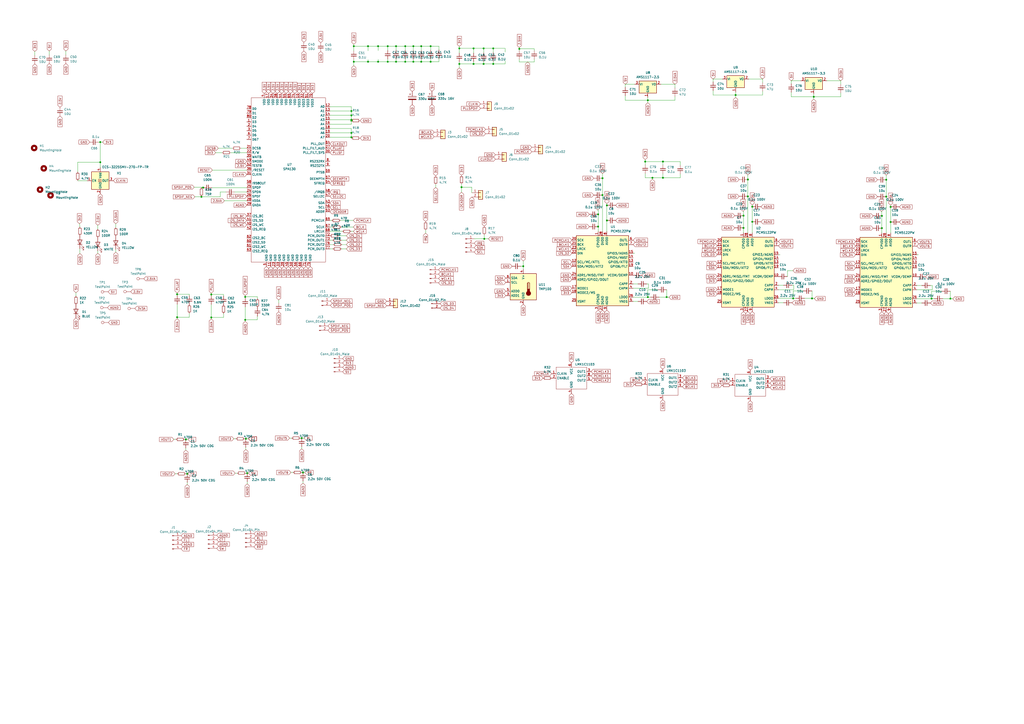
<source format=kicad_sch>
(kicad_sch (version 20230121) (generator eeschema)
  (paper "A2")
  (junction (at 116.84 114.173))
  (junction (at 386.715 172.339))
  (junction (at 175.768 274.066))
  (junction (at 352.044 119.126))
  (junction (at 274.701 28.067))
  (junction (at 235.077 35.814))
  (junction (at 352.044 127.889))
  (junction (at 511.556 125.222))
  (junction (at 224.917 26.797))
  (junction (at 107.823 254.889))
  (junction (at 431.292 125.095))
  (junction (at 239.776 26.797))
  (junction (at 142.24 185.547))
  (junction (at 122.555 170.815))
  (junction (at 267.716 108.585))
  (junction (at 229.743 26.797))
  (junction (at 374.269 93.726))
  (junction (at 235.077 26.797))
  (junction (at 205.232 26.797))
  (junction (at 303.53 154.432))
  (junction (at 460.121 173.101))
  (junction (at 266.446 28.067))
  (junction (at 301.244 28.321))
  (junction (at 203.835 77.089))
  (junction (at 102.743 170.688))
  (junction (at 431.292 132.207))
  (junction (at 433.832 104.14))
  (junction (at 213.487 35.814))
  (junction (at 266.446 37.084))
  (junction (at 286.131 37.084))
  (junction (at 244.348 35.814))
  (junction (at 349.504 103.378))
  (junction (at 142.621 254.508))
  (junction (at 122.555 184.15))
  (junction (at 274.701 37.084))
  (junction (at 205.232 35.814))
  (junction (at 375.793 58.166))
  (junction (at 286.131 28.067))
  (junction (at 203.835 79.629))
  (junction (at 516.636 128.778))
  (junction (at 219.329 26.797))
  (junction (at 58.166 82.423))
  (junction (at 224.917 35.814))
  (junction (at 244.348 26.797))
  (junction (at 175.006 254.127))
  (junction (at 540.385 173.228))
  (junction (at 511.556 132.334))
  (junction (at 249.809 35.814))
  (junction (at 471.043 173.101))
  (junction (at 346.964 124.333))
  (junction (at 514.096 114.046))
  (junction (at 280.543 28.067))
  (junction (at 203.835 64.389))
  (junction (at 280.924 138.557))
  (junction (at 384.556 103.124))
  (junction (at 433.832 113.919))
  (junction (at 143.383 274.447))
  (junction (at 108.585 274.828))
  (junction (at 349.504 113.157))
  (junction (at 551.307 173.228))
  (junction (at 102.743 184.023))
  (junction (at 58.166 94.107))
  (junction (at 346.964 131.445))
  (junction (at 280.543 37.084))
  (junction (at 229.743 35.814))
  (junction (at 516.636 120.015))
  (junction (at 436.372 128.651))
  (junction (at 436.372 119.888))
  (junction (at 426.72 55.118))
  (junction (at 514.096 104.267))
  (junction (at 203.835 69.469))
  (junction (at 203.835 66.929))
  (junction (at 117.856 108.839))
  (junction (at 378.46 103.124))
  (junction (at 203.835 69.977))
  (junction (at 472.059 56.134))
  (junction (at 213.487 26.797))
  (junction (at 142.24 172.212))
  (junction (at 384.556 93.726))
  (junction (at 219.329 35.814))
  (junction (at 239.776 35.814))
  (junction (at 375.793 172.339))
  (junction (at 249.809 26.797))
  (wire (pts (xy 144.145 254.508) (xy 142.621 254.508)))
  (wire (pts (xy 235.077 35.814) (xy 239.776 35.814)))
  (wire (pts (xy 142.24 185.547) (xy 142.24 186.436)))
  (wire (pts (xy 122.555 170.815) (xy 122.555 171.577)))
  (wire (pts (xy 511.302 122.682) (xy 511.556 122.682)))
  (wire (pts (xy 20.193 32.004) (xy 20.193 29.845)))
  (wire (pts (xy 205.232 26.797) (xy 205.232 29.464)))
  (wire (pts (xy 203.835 79.629) (xy 203.835 80.137)))
  (wire (pts (xy 108.966 274.828) (xy 108.585 274.828)))
  (wire (pts (xy 454.406 165.481) (xy 451.612 165.481)))
  (wire (pts (xy 109.855 171.577) (xy 109.855 170.688)))
  (wire (pts (xy 472.059 56.134) (xy 472.059 54.483)))
  (wire (pts (xy 235.077 34.29) (xy 235.077 35.814)))
  (wire (pts (xy 426.72 56.515) (xy 426.72 55.118)))
  (wire (pts (xy 239.776 29.337) (xy 239.776 26.797)))
  (wire (pts (xy 169.926 274.066) (xy 168.783 274.066)))
  (wire (pts (xy 274.701 35.814) (xy 274.701 37.084)))
  (wire (pts (xy 45.085 104.775) (xy 50.546 104.775)))
  (wire (pts (xy 309.88 28.321) (xy 301.244 28.321)))
  (wire (pts (xy 352.044 119.126) (xy 352.044 127.889)))
  (wire (pts (xy 286.131 28.067) (xy 280.543 28.067)))
  (wire (pts (xy 456.819 156.972) (xy 456.819 160.401)))
  (wire (pts (xy 378.46 104.013) (xy 378.46 103.124)))
  (wire (pts (xy 143.383 280.67) (xy 143.383 279.527)))
  (wire (pts (xy 511.556 132.334) (xy 511.556 135.128)))
  (wire (pts (xy 46.101 129.794) (xy 46.355 131.572)))
  (wire (pts (xy 149.352 183.515) (xy 149.225 185.547)))
  (wire (pts (xy 286.131 37.084) (xy 280.543 37.084)))
  (wire (pts (xy 191.389 66.929) (xy 203.835 66.929)))
  (wire (pts (xy 487.68 53.975) (xy 487.68 56.134)))
  (wire (pts (xy 540.385 173.228) (xy 531.876 173.228)))
  (wire (pts (xy 552.577 173.228) (xy 551.307 173.228)))
  (wire (pts (xy 374.269 93.726) (xy 374.269 95.631)))
  (wire (pts (xy 346.964 131.445) (xy 346.964 134.239)))
  (wire (pts (xy 391.541 56.007) (xy 391.541 58.166)))
  (wire (pts (xy 246.888 133.604) (xy 246.888 135.255)))
  (wire (pts (xy 122.555 176.657) (xy 122.555 184.15)))
  (wire (pts (xy 149.352 172.212) (xy 142.24 172.212)))
  (wire (pts (xy 309.88 29.337) (xy 309.88 28.321)))
  (wire (pts (xy 309.88 34.417) (xy 309.88 35.941)))
  (wire (pts (xy 384.556 93.726) (xy 374.269 93.726)))
  (wire (pts (xy 516.636 118.999) (xy 516.636 120.015)))
  (wire (pts (xy 192.913 131.699) (xy 191.389 131.699)))
  (wire (pts (xy 203.835 61.849) (xy 191.389 61.849)))
  (wire (pts (xy 142.24 178.054) (xy 142.24 185.547)))
  (wire (pts (xy 254.635 26.797) (xy 254.635 28.956)))
  (wire (pts (xy 413.639 45.847) (xy 419.1 45.847)))
  (wire (pts (xy 58.166 82.423) (xy 57.15 82.423)))
  (wire (pts (xy 102.743 170.688) (xy 102.743 171.45)))
  (wire (pts (xy 200.914 141.859) (xy 198.374 141.859)))
  (wire (pts (xy 107.823 254.889) (xy 107.061 254.889)))
  (wire (pts (xy 540.766 168.148) (xy 531.876 168.148)))
  (wire (pts (xy 191.389 79.629) (xy 203.835 79.629)))
  (wire (pts (xy 133.858 88.519) (xy 143.129 88.519)))
  (wire (pts (xy 213.487 35.814) (xy 205.232 35.814)))
  (wire (pts (xy 109.093 254.889) (xy 107.823 254.889)))
  (wire (pts (xy 142.621 260.731) (xy 142.621 259.588)))
  (wire (pts (xy 472.313 173.228) (xy 472.313 173.101)))
  (wire (pts (xy 204.978 127.889) (xy 197.485 127.889)))
  (wire (pts (xy 149.352 173.228) (xy 149.352 172.212)))
  (wire (pts (xy 192.913 139.319) (xy 191.389 139.319)))
  (wire (pts (xy 244.348 34.417) (xy 244.348 35.814)))
  (wire (pts (xy 122.936 108.839) (xy 143.129 108.839)))
  (wire (pts (xy 122.555 170.053) (xy 122.555 170.815)))
  (wire (pts (xy 292.989 37.084) (xy 286.131 37.084)))
  (wire (pts (xy 454.406 175.641) (xy 451.612 175.641)))
  (wire (pts (xy 224.917 26.797) (xy 229.743 26.797)))
  (wire (pts (xy 130.175 116.459) (xy 143.129 116.459)))
  (wire (pts (xy 224.917 34.29) (xy 224.917 35.814)))
  (wire (pts (xy 292.989 28.067) (xy 292.989 30.226)))
  (wire (pts (xy 370.078 164.719) (xy 367.284 164.719)))
  (wire (pts (xy 514.096 114.046) (xy 514.096 135.128)))
  (wire (pts (xy 375.793 59.563) (xy 375.793 58.166)))
  (wire (pts (xy 460.121 168.783) (xy 465.963 168.783)))
  (wire (pts (xy 126.619 85.979) (xy 134.747 85.979)))
  (wire (pts (xy 539.75 165.608) (xy 540.766 165.608)))
  (wire (pts (xy 394.589 103.124) (xy 384.556 103.124)))
  (wire (pts (xy 123.19 98.679) (xy 143.129 98.679)))
  (wire (pts (xy 487.68 46.863) (xy 487.68 48.895)))
  (wire (pts (xy 191.389 74.549) (xy 203.835 74.549)))
  (wire (pts (xy 200.914 139.319) (xy 197.993 139.319)))
  (wire (pts (xy 362.712 48.895) (xy 368.173 48.895)))
  (wire (pts (xy 413.639 52.578) (xy 413.639 55.118)))
  (wire (pts (xy 301.244 28.321) (xy 301.244 29.337)))
  (wire (pts (xy 254.635 26.797) (xy 249.809 26.797)))
  (wire (pts (xy 144.145 274.447) (xy 143.383 274.447)))
  (wire (pts (xy 139.827 85.979) (xy 143.129 85.979)))
  (wire (pts (xy 175.006 260.35) (xy 175.006 259.207)))
  (wire (pts (xy 384.556 103.124) (xy 378.46 103.124)))
  (wire (pts (xy 122.555 184.15) (xy 129.667 184.15)))
  (wire (pts (xy 352.044 118.11) (xy 352.044 119.126)))
  (wire (pts (xy 266.446 28.067) (xy 266.446 30.734)))
  (wire (pts (xy 273.685 108.585) (xy 267.716 108.585)))
  (wire (pts (xy 391.541 48.895) (xy 391.541 50.927)))
  (wire (pts (xy 387.985 172.466) (xy 387.985 172.339)))
  (wire (pts (xy 514.096 101.6) (xy 514.096 104.267)))
  (wire (pts (xy 433.832 113.919) (xy 433.832 135.001)))
  (wire (pts (xy 28.575 31.75) (xy 28.575 29.591)))
  (wire (pts (xy 229.743 34.29) (xy 229.743 35.814)))
  (wire (pts (xy 129.667 170.815) (xy 122.555 170.815)))
  (wire (pts (xy 461.645 173.101) (xy 460.121 173.101)))
  (wire (pts (xy 129.667 181.864) (xy 129.667 184.15)))
  (wire (pts (xy 362.712 50.546) (xy 362.712 48.895)))
  (wire (pts (xy 129.667 171.704) (xy 129.667 170.815)))
  (wire (pts (xy 59.563 82.423) (xy 58.166 82.423)))
  (wire (pts (xy 303.53 154.432) (xy 303.53 156.21)))
  (wire (pts (xy 471.043 168.783) (xy 471.043 173.101)))
  (wire (pts (xy 204.978 134.239) (xy 203.708 134.239)))
  (wire (pts (xy 122.555 184.15) (xy 122.555 185.039)))
  (wire (pts (xy 101.981 254.889) (xy 100.838 254.889)))
  (wire (pts (xy 249.809 34.163) (xy 249.809 35.814)))
  (wire (pts (xy 280.543 30.607) (xy 280.543 28.067)))
  (wire (pts (xy 301.244 27.559) (xy 301.244 28.321)))
  (wire (pts (xy 266.446 28.067) (xy 274.701 28.067)))
  (wire (pts (xy 292.989 35.306) (xy 292.989 37.084)))
  (wire (pts (xy 458.978 56.134) (xy 472.059 56.134)))
  (wire (pts (xy 200.914 144.399) (xy 198.12 144.399)))
  (wire (pts (xy 431.292 125.095) (xy 431.292 132.207)))
  (wire (pts (xy 229.743 26.797) (xy 235.077 26.797)))
  (wire (pts (xy 45.085 94.107) (xy 58.166 94.107)))
  (wire (pts (xy 143.383 274.447) (xy 142.621 274.447)))
  (wire (pts (xy 203.835 69.469) (xy 203.835 69.977)))
  (wire (pts (xy 38.227 31.75) (xy 38.227 29.591)))
  (wire (pts (xy 203.835 61.849) (xy 203.835 64.389)))
  (wire (pts (xy 102.743 274.828) (xy 101.6 274.828)))
  (wire (pts (xy 552.577 173.355) (xy 552.577 173.228)))
  (wire (pts (xy 193.294 141.859) (xy 191.389 141.859)))
  (wire (pts (xy 460.502 168.021) (xy 451.612 168.021)))
  (wire (pts (xy 56.769 130.683) (xy 56.769 132.842)))
  (wire (pts (xy 267.716 106.807) (xy 267.716 108.585)))
  (wire (pts (xy 107.823 261.112) (xy 107.823 259.969)))
  (wire (pts (xy 280.543 37.084) (xy 274.701 37.084)))
  (wire (pts (xy 191.389 77.089) (xy 203.835 77.089)))
  (wire (pts (xy 267.716 108.585) (xy 267.716 111.506)))
  (wire (pts (xy 460.121 168.783) (xy 460.121 173.101)))
  (wire (pts (xy 274.701 30.734) (xy 274.701 28.067)))
  (wire (pts (xy 142.24 185.547) (xy 149.225 185.547)))
  (wire (pts (xy 374.269 92.583) (xy 374.269 93.726)))
  (wire (pts (xy 176.784 274.066) (xy 175.768 274.066)))
  (wire (pts (xy 175.768 274.066) (xy 175.006 274.066)))
  (wire (pts (xy 377.317 172.339) (xy 375.793 172.339)))
  (wire (pts (xy 274.701 37.084) (xy 266.446 37.084)))
  (wire (pts (xy 203.835 74.549) (xy 203.835 77.089)))
  (wire (pts (xy 472.059 57.531) (xy 472.059 56.134)))
  (wire (pts (xy 108.585 274.828) (xy 107.823 274.828)))
  (wire (pts (xy 203.835 77.089) (xy 203.835 79.629)))
  (wire (pts (xy 301.244 34.417) (xy 301.244 35.941)))
  (wire (pts (xy 541.909 173.228) (xy 540.385 173.228)))
  (wire (pts (xy 203.835 66.929) (xy 203.835 69.469)))
  (wire (pts (xy 109.855 181.737) (xy 109.855 184.023)))
  (wire (pts (xy 442.341 45.847) (xy 442.341 47.879)))
  (wire (pts (xy 376.174 164.719) (xy 376.174 167.259)))
  (wire (pts (xy 191.389 64.389) (xy 203.835 64.389)))
  (wire (pts (xy 384.556 95.758) (xy 384.556 93.726)))
  (wire (pts (xy 125.095 88.519) (xy 128.778 88.519)))
  (wire (pts (xy 442.341 52.959) (xy 442.341 55.118)))
  (wire (pts (xy 426.72 55.118) (xy 426.72 53.467)))
  (wire (pts (xy 273.685 111.76) (xy 273.685 108.585)))
  (wire (pts (xy 116.84 108.839) (xy 117.856 108.839)))
  (wire (pts (xy 142.24 171.45) (xy 142.24 172.212)))
  (wire (pts (xy 175.768 280.289) (xy 175.768 279.146)))
  (wire (pts (xy 142.24 172.212) (xy 142.24 172.974)))
  (wire (pts (xy 280.924 136.271) (xy 280.924 138.557)))
  (wire (pts (xy 200.914 136.779) (xy 196.469 136.779)))
  (wire (pts (xy 479.679 46.863) (xy 487.68 46.863)))
  (wire (pts (xy 516.636 128.778) (xy 516.636 135.128)))
  (wire (pts (xy 431.038 122.555) (xy 431.292 122.555)))
  (wire (pts (xy 127.762 111.379) (xy 127.762 114.173)))
  (wire (pts (xy 286.131 30.48) (xy 286.131 28.067)))
  (wire (pts (xy 229.743 29.21) (xy 229.743 26.797)))
  (wire (pts (xy 67.183 146.304) (xy 67.183 144.653)))
  (wire (pts (xy 540.766 165.608) (xy 540.766 168.148)))
  (wire (pts (xy 102.743 184.023) (xy 102.743 184.912)))
  (wire (pts (xy 136.779 254.508) (xy 135.636 254.508)))
  (wire (pts (xy 362.712 58.166) (xy 375.793 58.166)))
  (wire (pts (xy 275.082 138.557) (xy 280.924 138.557)))
  (wire (pts (xy 370.078 174.879) (xy 367.284 174.879)))
  (wire (pts (xy 436.372 128.651) (xy 436.372 135.001)))
  (wire (pts (xy 551.307 173.228) (xy 546.989 173.228)))
  (wire (pts (xy 375.793 58.166) (xy 375.793 56.515)))
  (wire (pts (xy 514.096 104.267) (xy 514.096 114.046)))
  (wire (pts (xy 378.46 103.124) (xy 374.269 103.124)))
  (wire (pts (xy 458.978 48.514) (xy 458.978 46.863)))
  (wire (pts (xy 280.924 138.557) (xy 283.337 138.557)))
  (wire (pts (xy 149.352 178.435) (xy 149.352 178.308)))
  (wire (pts (xy 46.355 147.066) (xy 46.355 144.272)))
  (wire (pts (xy 252.73 107.061) (xy 252.73 108.712)))
  (wire (pts (xy 413.639 47.498) (xy 413.639 45.847)))
  (wire (pts (xy 224.917 35.814) (xy 229.743 35.814)))
  (wire (pts (xy 301.244 35.941) (xy 309.88 35.941)))
  (wire (pts (xy 376.174 167.259) (xy 367.284 167.259)))
  (wire (pts (xy 224.917 26.797) (xy 219.329 26.797)))
  (wire (pts (xy 459.486 165.481) (xy 460.502 165.481)))
  (wire (pts (xy 362.712 55.626) (xy 362.712 58.166)))
  (wire (pts (xy 205.232 35.814) (xy 205.232 34.544)))
  (wire (pts (xy 471.043 173.101) (xy 466.725 173.101)))
  (wire (pts (xy 102.743 184.023) (xy 109.855 184.023)))
  (wire (pts (xy 534.67 165.608) (xy 531.876 165.608)))
  (wire (pts (xy 472.313 173.101) (xy 471.043 173.101)))
  (wire (pts (xy 460.502 165.481) (xy 460.502 168.021)))
  (wire (pts (xy 109.855 170.688) (xy 102.743 170.688)))
  (wire (pts (xy 235.077 29.21) (xy 235.077 26.797)))
  (wire (pts (xy 433.832 104.14) (xy 433.832 113.919)))
  (wire (pts (xy 44.069 169.799) (xy 44.069 171.704)))
  (wire (pts (xy 239.776 35.814) (xy 244.348 35.814)))
  (wire (pts (xy 116.84 114.173) (xy 127.762 114.173)))
  (wire (pts (xy 254.635 34.036) (xy 254.635 35.814)))
  (wire (pts (xy 58.166 94.107) (xy 58.166 97.155)))
  (wire (pts (xy 391.541 58.166) (xy 375.793 58.166)))
  (wire (pts (xy 137.541 274.447) (xy 136.398 274.447)))
  (wire (pts (xy 192.405 127.889) (xy 191.389 127.889)))
  (wire (pts (xy 142.621 254.508) (xy 141.859 254.508)))
  (wire (pts (xy 213.487 26.797) (xy 219.329 26.797)))
  (wire (pts (xy 352.044 127.889) (xy 352.044 134.239)))
  (wire (pts (xy 176.403 254.127) (xy 175.006 254.127)))
  (wire (pts (xy 286.131 28.067) (xy 292.989 28.067)))
  (wire (pts (xy 67.183 129.794) (xy 67.183 131.953)))
  (wire (pts (xy 205.232 25.654) (xy 205.232 26.797)))
  (wire (pts (xy 45.085 99.695) (xy 45.085 94.107)))
  (wire (pts (xy 394.589 93.726) (xy 384.556 93.726)))
  (wire (pts (xy 266.446 37.084) (xy 266.446 35.814)))
  (wire (pts (xy 458.978 46.863) (xy 464.439 46.863)))
  (wire (pts (xy 516.636 120.015) (xy 516.636 128.778)))
  (wire (pts (xy 244.348 26.797) (xy 249.809 26.797)))
  (wire (pts (xy 266.446 39.37) (xy 266.446 37.084)))
  (wire (pts (xy 102.743 169.926) (xy 102.743 170.688)))
  (wire (pts (xy 532.765 147.828) (xy 531.876 147.828)))
  (wire (pts (xy 346.71 121.793) (xy 346.964 121.793)))
  (wire (pts (xy 244.348 35.814) (xy 249.809 35.814)))
  (wire (pts (xy 436.372 119.888) (xy 436.372 128.651)))
  (wire (pts (xy 136.144 111.379) (xy 143.129 111.379)))
  (wire (pts (xy 239.776 26.797) (xy 235.077 26.797)))
  (wire (pts (xy 459.994 156.972) (xy 456.819 156.972)))
  (wire (pts (xy 375.793 168.021) (xy 375.793 172.339)))
  (wire (pts (xy 551.307 168.91) (xy 551.307 173.228)))
  (wire (pts (xy 219.329 35.814) (xy 213.487 35.814)))
  (wire (pts (xy 383.413 48.895) (xy 391.541 48.895)))
  (wire (pts (xy 219.329 34.417) (xy 219.329 35.814)))
  (wire (pts (xy 193.04 144.399) (xy 191.389 144.399)))
  (wire (pts (xy 540.385 168.91) (xy 546.227 168.91)))
  (wire (pts (xy 191.389 69.469) (xy 203.835 69.469)))
  (wire (pts (xy 224.917 29.21) (xy 224.917 26.797)))
  (wire (pts (xy 58.166 82.423) (xy 58.166 94.107)))
  (wire (pts (xy 198.628 134.239) (xy 191.389 134.239)))
  (wire (pts (xy 244.348 29.337) (xy 244.348 26.797)))
  (wire (pts (xy 266.446 26.924) (xy 266.446 28.067)))
  (wire (pts (xy 239.776 26.797) (xy 244.348 26.797)))
  (wire (pts (xy 229.743 35.814) (xy 235.077 35.814)))
  (wire (pts (xy 280.543 35.687) (xy 280.543 37.084)))
  (wire (pts (xy 375.793 168.021) (xy 381.635 168.021)))
  (wire (pts (xy 203.835 64.389) (xy 203.835 66.929)))
  (wire (pts (xy 386.715 172.339) (xy 382.397 172.339)))
  (wire (pts (xy 203.835 72.009) (xy 191.389 72.009)))
  (wire (pts (xy 203.835 69.977) (xy 203.835 72.009)))
  (wire (pts (xy 431.292 132.207) (xy 431.292 135.001)))
  (wire (pts (xy 56.769 146.939) (xy 56.769 145.542)))
  (wire (pts (xy 108.585 281.051) (xy 108.585 279.908)))
  (wire (pts (xy 452.501 147.701) (xy 451.612 147.701)))
  (wire (pts (xy 349.504 100.711) (xy 349.504 103.378)))
  (wire (pts (xy 434.34 45.847) (xy 442.341 45.847)))
  (wire (pts (xy 511.556 125.222) (xy 511.556 132.334)))
  (wire (pts (xy 442.341 55.118) (xy 426.72 55.118)))
  (wire (pts (xy 349.504 103.378) (xy 349.504 113.157)))
  (wire (pts (xy 349.504 113.157) (xy 349.504 134.239)))
  (wire (pts (xy 460.121 173.101) (xy 451.612 173.101)))
  (wire (pts (xy 204.978 131.699) (xy 197.993 131.699)))
  (wire (pts (xy 456.819 160.401) (xy 456.692 160.401)))
  (wire (pts (xy 274.701 28.067) (xy 280.543 28.067)))
  (wire (pts (xy 511.556 122.682) (xy 511.556 125.222)))
  (wire (pts (xy 303.53 151.384) (xy 303.53 154.432)))
  (wire (pts (xy 161.671 175.768) (xy 161.671 173.99)))
  (wire (pts (xy 302.133 154.432) (xy 303.53 154.432)))
  (wire (pts (xy 386.715 168.021) (xy 386.715 172.339)))
  (wire (pts (xy 127.762 111.379) (xy 131.064 111.379)))
  (wire (pts (xy 436.372 118.872) (xy 436.372 119.888)))
  (wire (pts (xy 413.639 55.118) (xy 426.72 55.118)))
  (wire (pts (xy 224.917 35.814) (xy 219.329 35.814)))
  (wire (pts (xy 433.832 101.473) (xy 433.832 104.14)))
  (wire (pts (xy 117.856 108.839) (xy 117.856 108.585)))
  (wire (pts (xy 116.84 114.173) (xy 113.03 114.173)))
  (wire (pts (xy 254.635 35.814) (xy 249.809 35.814)))
  (wire (pts (xy 213.487 29.464) (xy 213.487 26.797)))
  (wire (pts (xy 540.385 168.91) (xy 540.385 173.228)))
  (wire (pts (xy 239.776 34.417) (xy 239.776 35.814)))
  (wire (pts (xy 384.556 100.838) (xy 384.556 103.124)))
  (wire (pts (xy 387.985 172.339) (xy 386.715 172.339)))
  (wire (pts (xy 102.743 176.53) (xy 102.743 184.023)))
  (wire (pts (xy 394.589 95.885) (xy 394.589 93.726)))
  (wire (pts (xy 394.589 100.965) (xy 394.589 103.124)))
  (wire (pts (xy 205.232 26.797) (xy 213.487 26.797)))
  (wire (pts (xy 534.67 175.768) (xy 531.876 175.768)))
  (wire (pts (xy 375.158 164.719) (xy 376.174 164.719)))
  (wire (pts (xy 286.131 35.56) (xy 286.131 37.084)))
  (wire (pts (xy 431.292 122.555) (xy 431.292 125.095)))
  (wire (pts (xy 219.329 29.337) (xy 219.329 26.797)))
  (wire (pts (xy 169.164 254.127) (xy 168.021 254.127)))
  (wire (pts (xy 346.964 124.333) (xy 346.964 131.445)))
  (wire (pts (xy 388.112 172.466) (xy 387.985 172.466)))
  (wire (pts (xy 175.006 254.127) (xy 174.244 254.127)))
  (wire (pts (xy 346.964 121.793) (xy 346.964 124.333)))
  (wire (pts (xy 458.978 53.594) (xy 458.978 56.134)))
  (wire (pts (xy 112.649 108.585) (xy 117.856 108.585)))
  (wire (pts (xy 375.793 172.339) (xy 367.284 172.339)))
  (wire (pts (xy 249.809 26.797) (xy 249.809 29.083)))
  (wire (pts (xy 552.704 173.355) (xy 552.577 173.355)))
  (wire (pts (xy 368.173 146.939) (xy 367.284 146.939)))
  (wire (pts (xy 116.84 113.919) (xy 116.84 114.173)))
  (wire (pts (xy 487.68 56.134) (xy 472.059 56.134)))
  (wire (pts (xy 213.487 34.544) (xy 213.487 35.814)))
  (wire (pts (xy 205.232 38.1) (xy 205.232 35.814)))
  (wire (pts (xy 472.44 173.228) (xy 472.313 173.228)))
  (wire (pts (xy 374.269 103.124) (xy 374.269 100.711)))
  (global_label "GND" (shape input) (at 62.865 187.071 0) (property "Intersheetrefs" "${INTERSHEET_REFS}" (effects hide)))
  (global_label "GND" (shape input) (at 44.069 184.404 270) (property "Intersheetrefs" "${INTERSHEET_REFS}" (effects hide)))
  (global_label "GND" (shape input) (at 496.316 168.148 180) (property "Intersheetrefs" "${INTERSHEET_REFS}" (effects hide)))
  (global_label "3V3" (shape input) (at 314.96 219.329 180) (property "Intersheetrefs" "${INTERSHEET_REFS}" (effects hide)))
  (global_label "2.5VA" (shape input) (at 391.541 48.895 90) (property "Intersheetrefs" "${INTERSHEET_REFS}" (effects hide)))
  (global_label "GND" (shape input) (at 514.096 180.848 270) (property "Intersheetrefs" "${INTERSHEET_REFS}" (effects hide)))
  (global_label "2.5V" (shape input) (at 56.769 130.683 90) (property "Intersheetrefs" "${INTERSHEET_REFS}" (effects hide)))
  (global_label "2.5V" (shape input) (at 160.909 54.229 90) (property "Intersheetrefs" "${INTERSHEET_REFS}" (effects hide)))
  (global_label "PLLAF" (shape input) (at 102.743 169.926 90) (property "Intersheetrefs" "${INTERSHEET_REFS}" (effects hide)))
  (global_label "GND" (shape input) (at 46.355 147.066 270) (property "Intersheetrefs" "${INTERSHEET_REFS}" (effects hide)))
  (global_label "3V3A" (shape input) (at 431.038 122.555 90) (property "Intersheetrefs" "${INTERSHEET_REFS}" (effects hide)))
  (global_label "VOUT1" (shape input) (at 100.838 254.889 180) (property "Intersheetrefs" "${INTERSHEET_REFS}" (effects hide)))
  (global_label "GND" (shape input) (at 472.44 173.228 0) (property "Intersheetrefs" "${INTERSHEET_REFS}" (effects hide)))
  (global_label "I2S_D3" (shape input) (at 200.914 144.399 0) (property "Intersheetrefs" "${INTERSHEET_REFS}" (effects hide)))
  (global_label "SDA" (shape input) (at 496.316 155.448 180) (property "Intersheetrefs" "${INTERSHEET_REFS}" (effects hide)))
  (global_label "2.5V" (shape input) (at 205.232 25.654 90) (property "Intersheetrefs" "${INTERSHEET_REFS}" (effects hide)))
  (global_label "GND" (shape input) (at 167.259 154.559 270) (property "Intersheetrefs" "${INTERSHEET_REFS}" (effects hide)))
  (global_label "AGND" (shape input) (at 539.75 175.768 0) (property "Intersheetrefs" "${INTERSHEET_REFS}" (effects hide)))
  (global_label "AGND" (shape input) (at 357.124 119.126 0) (property "Intersheetrefs" "${INTERSHEET_REFS}" (effects hide)))
  (global_label "GND" (shape input) (at 58.166 112.395 270) (property "Intersheetrefs" "${INTERSHEET_REFS}" (effects hide)))
  (global_label "VOUT6" (shape input) (at 531.876 142.748 0) (property "Intersheetrefs" "${INTERSHEET_REFS}" (effects hide)))
  (global_label "GND" (shape input) (at 344.424 113.157 180) (property "Intersheetrefs" "${INTERSHEET_REFS}" (effects hide)))
  (global_label "AGND" (shape input) (at 161.671 180.848 270) (property "Intersheetrefs" "${INTERSHEET_REFS}" (effects hide)))
  (global_label "2.5V" (shape input) (at 165.989 54.229 90) (property "Intersheetrefs" "${INTERSHEET_REFS}" (effects hide)))
  (global_label "3V3" (shape input) (at 181.229 54.229 90) (property "Intersheetrefs" "${INTERSHEET_REFS}" (effects hide)))
  (global_label "BCLK3" (shape input) (at 251.841 76.708 180) (property "Intersheetrefs" "${INTERSHEET_REFS}" (effects hide)))
  (global_label "3V3" (shape input) (at 266.446 26.924 90) (property "Intersheetrefs" "${INTERSHEET_REFS}" (effects hide)))
  (global_label "GND" (shape input) (at 250.571 60.579 270) (property "Intersheetrefs" "${INTERSHEET_REFS}" (effects hide)))
  (global_label "3V3" (shape input) (at 208.915 80.137 0) (property "Intersheetrefs" "${INTERSHEET_REFS}" (effects hide)))
  (global_label "GND" (shape input) (at 428.752 113.919 180) (property "Intersheetrefs" "${INTERSHEET_REFS}" (effects hide)))
  (global_label "3V3" (shape input) (at 239.141 53.086 90) (property "Intersheetrefs" "${INTERSHEET_REFS}" (effects hide)))
  (global_label "GND" (shape input) (at 143.129 93.599 180) (property "Intersheetrefs" "${INTERSHEET_REFS}" (effects hide)))
  (global_label "PCMCLK" (shape input) (at 320.04 216.789 180) (property "Intersheetrefs" "${INTERSHEET_REFS}" (effects hide)))
  (global_label "PCMCLK1" (shape input) (at 254.381 156.464 0) (property "Intersheetrefs" "${INTERSHEET_REFS}" (effects hide)))
  (global_label "AGND" (shape input) (at 306.07 35.941 270) (property "Intersheetrefs" "${INTERSHEET_REFS}" (effects hide)))
  (global_label "SELI2C" (shape input) (at 191.389 113.919 0) (property "Intersheetrefs" "${INTERSHEET_REFS}" (effects hide)))
  (global_label "3V3" (shape input) (at 176.149 54.229 90) (property "Intersheetrefs" "${INTERSHEET_REFS}" (effects hide)))
  (global_label "I2S_D2" (shape input) (at 200.914 141.859 0) (property "Intersheetrefs" "${INTERSHEET_REFS}" (effects hide)))
  (global_label "I2S_D4" (shape input) (at 200.914 136.779 0) (property "Intersheetrefs" "${INTERSHEET_REFS}" (effects hide)))
  (global_label "AGND" (shape input) (at 143.129 118.999 180) (property "Intersheetrefs" "${INTERSHEET_REFS}" (effects hide)))
  (global_label "CLKIN" (shape input) (at 65.786 104.775 0) (property "Intersheetrefs" "${INTERSHEET_REFS}" (effects hide)))
  (global_label "AGND" (shape input) (at 536.956 160.528 0) (property "Intersheetrefs" "${INTERSHEET_REFS}" (effects hide)))
  (global_label "AGND" (shape input) (at 125.73 315.595 0) (property "Intersheetrefs" "${INTERSHEET_REFS}" (effects hide)))
  (global_label "GND" (shape input) (at 388.112 172.466 0) (property "Intersheetrefs" "${INTERSHEET_REFS}" (effects hide)))
  (global_label "5V" (shape input) (at 62.738 169.291 0) (property "Intersheetrefs" "${INTERSHEET_REFS}" (effects hide)))
  (global_label "I2CADDR" (shape input) (at 267.716 111.506 270) (property "Intersheetrefs" "${INTERSHEET_REFS}" (effects hide)))
  (global_label "SPDIF_NEG" (shape input) (at 113.03 114.173 180) (property "Intersheetrefs" "${INTERSHEET_REFS}" (effects hide)))
  (global_label "3V3" (shape input) (at 198.755 210.566 0) (property "Intersheetrefs" "${INTERSHEET_REFS}" (effects hide)))
  (global_label "CLKIN" (shape input) (at 143.129 101.219 180) (property "Intersheetrefs" "${INTERSHEET_REFS}" (effects hide)))
  (global_label "3V3" (shape input) (at 303.53 151.384 90) (property "Intersheetrefs" "${INTERSHEET_REFS}" (effects hide)))
  (global_label "VOUT5" (shape input) (at 531.876 140.208 0) (property "Intersheetrefs" "${INTERSHEET_REFS}" (effects hide)))
  (global_label "SELI2C" (shape input) (at 252.73 108.712 270) (property "Intersheetrefs" "${INTERSHEET_REFS}" (effects hide)))
  (global_label "GND" (shape input) (at 162.179 154.559 270) (property "Intersheetrefs" "${INTERSHEET_REFS}" (effects hide)))
  (global_label "3V3" (shape input) (at 38.227 29.591 90) (property "Intersheetrefs" "${INTERSHEET_REFS}" (effects hide)))
  (global_label "3V3A" (shape input) (at 346.71 121.793 90) (property "Intersheetrefs" "${INTERSHEET_REFS}" (effects hide)))
  (global_label "SW" (shape input) (at 125.73 318.135 0) (property "Intersheetrefs" "${INTERSHEET_REFS}" (effects hide)))
  (global_label "FR" (shape input) (at 108.966 274.828 0) (property "Intersheetrefs" "${INTERSHEET_REFS}" (effects hide)))
  (global_label "3V3A" (shape input) (at 352.044 118.11 90) (property "Intersheetrefs" "${INTERSHEET_REFS}" (effects hide)))
  (global_label "GND" (shape input) (at 416.052 160.401 180) (property "Intersheetrefs" "${INTERSHEET_REFS}" (effects hide)))
  (global_label "AGND" (shape input) (at 441.452 119.888 0) (property "Intersheetrefs" "${INTERSHEET_REFS}" (effects hide)))
  (global_label "VOUT5" (shape input) (at 168.021 254.127 180) (property "Intersheetrefs" "${INTERSHEET_REFS}" (effects hide)))
  (global_label "2.5V" (shape input) (at 143.129 96.139 180) (property "Intersheetrefs" "${INTERSHEET_REFS}" (effects hide)))
  (global_label "GND" (shape input) (at 293.37 168.91 180) (property "Intersheetrefs" "${INTERSHEET_REFS}" (effects hide)))
  (global_label "PLLSPDIF" (shape input) (at 278.765 62.865 180) (property "Intersheetrefs" "${INTERSHEET_REFS}" (effects hide)))
  (global_label "5V" (shape input) (at 44.069 169.799 90) (property "Intersheetrefs" "${INTERSHEET_REFS}" (effects hide)))
  (global_label "WCLK" (shape input) (at 204.978 134.239 0) (property "Intersheetrefs" "${INTERSHEET_REFS}" (effects hide)))
  (global_label "AGND" (shape input) (at 375.158 174.879 0) (property "Intersheetrefs" "${INTERSHEET_REFS}" (effects hide)))
  (global_label "GND" (shape input) (at 157.099 154.559 270) (property "Intersheetrefs" "${INTERSHEET_REFS}" (effects hide)))
  (global_label "GND" (shape input) (at 552.704 173.355 0) (property "Intersheetrefs" "${INTERSHEET_REFS}" (effects hide)))
  (global_label "2.5V" (shape input) (at 163.449 54.229 90) (property "Intersheetrefs" "${INTERSHEET_REFS}" (effects hide)))
  (global_label "GND" (shape input) (at 331.724 159.639 180) (property "Intersheetrefs" "${INTERSHEET_REFS}" (effects hide)))
  (global_label "GND" (shape input) (at 344.424 103.378 180) (property "Intersheetrefs" "${INTERSHEET_REFS}" (effects hide)))
  (global_label "3V3" (shape input) (at 293.37 171.45 180) (property "Intersheetrefs" "${INTERSHEET_REFS}" (effects hide)))
  (global_label "GND" (shape input) (at 154.559 154.559 270) (property "Intersheetrefs" "${INTERSHEET_REFS}" (effects hide)))
  (global_label "CLKOUT" (shape input) (at 191.389 83.439 0) (property "Intersheetrefs" "${INTERSHEET_REFS}" (effects hide)))
  (global_label "SCL" (shape input) (at 275.082 146.177 0) (property "Intersheetrefs" "${INTERSHEET_REFS}" (effects hide)))
  (global_label "AGND" (shape input) (at 175.006 260.35 270) (property "Intersheetrefs" "${INTERSHEET_REFS}" (effects hide)))
  (global_label "GND" (shape input) (at 280.924 131.191 90) (property "Intersheetrefs" "${INTERSHEET_REFS}" (effects hide)))
  (global_label "SDA" (shape input) (at 416.052 155.321 180) (property "Intersheetrefs" "${INTERSHEET_REFS}" (effects hide)))
  (global_label "GND" (shape input) (at 273.685 114.3 270) (property "Intersheetrefs" "${INTERSHEET_REFS}" (effects hide)))
  (global_label "AGND" (shape input) (at 426.212 132.207 180) (property "Intersheetrefs" "${INTERSHEET_REFS}" (effects hide)))
  (global_label "2.5V" (shape input) (at 158.369 54.229 90) (property "Intersheetrefs" "${INTERSHEET_REFS}" (effects hide)))
  (global_label "AGND" (shape input) (at 426.212 125.095 180) (property "Intersheetrefs" "${INTERSHEET_REFS}" (effects hide)))
  (global_label "AGND" (shape input) (at 441.452 128.651 0) (property "Intersheetrefs" "${INTERSHEET_REFS}" (effects hide)))
  (global_label "PCMCLK" (shape input) (at 308.483 88.011 180) (property "Intersheetrefs" "${INTERSHEET_REFS}" (effects hide)))
  (global_label "3V3A" (shape input) (at 487.68 46.863 90) (property "Intersheetrefs" "${INTERSHEET_REFS}" (effects hide)))
  (global_label "GND" (shape input) (at 331.47 228.219 270) (property "Intersheetrefs" "${INTERSHEET_REFS}" (effects hide)))
  (global_label "3V3A" (shape input) (at 516.636 118.999 90) (property "Intersheetrefs" "${INTERSHEET_REFS}" (effects hide)))
  (global_label "5V" (shape input) (at 250.571 52.959 90) (property "Intersheetrefs" "${INTERSHEET_REFS}" (effects hide)))
  (global_label "SCL" (shape input) (at 191.389 120.269 0) (property "Intersheetrefs" "${INTERSHEET_REFS}" (effects hide)))
  (global_label "3V3A" (shape input) (at 78.232 178.943 0) (property "Intersheetrefs" "${INTERSHEET_REFS}" (effects hide)))
  (global_label "GND" (shape input) (at 198.755 208.026 0) (property "Intersheetrefs" "${INTERSHEET_REFS}" (effects hide)))
  (global_label "2.5V" (shape input) (at 153.289 54.229 90) (property "Intersheetrefs" "${INTERSHEET_REFS}" (effects hide)))
  (global_label "WCLK3" (shape input) (at 446.6382 219.7246 0) (property "Intersheetrefs" "${INTERSHEET_REFS}" (effects hide)))
  (global_label "SDA" (shape input) (at 275.082 143.637 0) (property "Intersheetrefs" "${INTERSHEET_REFS}" (effects hide)))
  (global_label "AGND" (shape input) (at 105.029 315.849 0) (property "Intersheetrefs" "${INTERSHEET_REFS}" (effects hide)))
  (global_label "SCL" (shape input) (at 293.37 163.83 180) (property "Intersheetrefs" "${INTERSHEET_REFS}" (effects hide)))
  (global_label "BCLK2" (shape input) (at 395.859 221.742 0) (property "Intersheetrefs" "${INTERSHEET_REFS}" (effects hide)))
  (global_label "AGND" (shape input) (at 142.621 260.731 270) (property "Intersheetrefs" "${INTERSHEET_REFS}" (effects hide)))
  (global_label "PLLSPDIF" (shape input) (at 143.129 113.919 180) (property "Intersheetrefs" "${INTERSHEET_REFS}" (effects hide)))
  (global_label "DEEMPTH" (shape input) (at 191.389 103.759 0) (property "Intersheetrefs" "${INTERSHEET_REFS}" (effects hide)))
  (global_label "I2S_D2" (shape input) (at 254.381 164.084 0) (property "Intersheetrefs" "${INTERSHEET_REFS}" (effects hide)))
  (global_label "GND" (shape input) (at 186.055 29.845 270) (property "Intersheetrefs" "${INTERSHEET_REFS}" (effects hide)))
  (global_label "GND" (shape input) (at 174.879 154.559 270) (property "Intersheetrefs" "${INTERSHEET_REFS}" (effects hide)))
  (global_label "SDA" (shape input) (at 293.37 161.29 180) (property "Intersheetrefs" "${INTERSHEET_REFS}" (effects hide)))
  (global_label "2.5VA" (shape input) (at 301.244 27.559 90) (property "Intersheetrefs" "${INTERSHEET_REFS}" (effects hide)))
  (global_label "BCLK3" (shape input) (at 395.859 219.202 0) (property "Intersheetrefs" "${INTERSHEET_REFS}" (effects hide)))
  (global_label "PCMCLK3" (shape input) (at 342.9 215.519 0) (property "Intersheetrefs" "${INTERSHEET_REFS}" (effects hide)))
  (global_label "2.5VA" (shape input) (at 83.439 161.671 0) (property "Intersheetrefs" "${INTERSHEET_REFS}" (effects hide)))
  (global_label "GND" (shape input) (at 224.282 174.752 180) (property "Intersheetrefs" "${INTERSHEET_REFS}" (effects hide)))
  (global_label "VOUT1" (shape input) (at 367.284 139.319 0) (property "Intersheetrefs" "${INTERSHEET_REFS}" (effects hide)))
  (global_label "GND" (shape input) (at 287.401 89.789 180) (property "Intersheetrefs" "${INTERSHEET_REFS}" (effects hide)))
  (global_label "2.5V" (shape input) (at 171.069 54.229 90) (property "Intersheetrefs" "${INTERSHEET_REFS}" (effects hide)))
  (global_label "5V" (shape input) (at 362.712 48.895 90) (property "Intersheetrefs" "${INTERSHEET_REFS}" (effects hide)))
  (global_label "AGND" (shape input) (at 62.357 178.435 0) (property "Intersheetrefs" "${INTERSHEET_REFS}" (effects hide)))
  (global_label "3V3" (shape input) (at 435.2082 214.6446 90) (property "Intersheetrefs" "${INTERSHEET_REFS}" (effects hide)))
  (global_label "3V3" (shape input) (at 384.429 214.122 90) (property "Intersheetrefs" "${INTERSHEET_REFS}" (effects hide)))
  (global_label "GND" (shape input) (at 28.575 36.83 270) (property "Intersheetrefs" "${INTERSHEET_REFS}" (effects hide)))
  (global_label "3V3" (shape input) (at 514.096 101.6 90) (property "Intersheetrefs" "${INTERSHEET_REFS}" (effects hide)))
  (global_label "2.5VA" (shape input) (at 67.183 129.794 90) (property "Intersheetrefs" "${INTERSHEET_REFS}" (effects hide)))
  (global_label "PCMCLK1" (shape input) (at 342.9 218.059 0) (property "Intersheetrefs" "${INTERSHEET_REFS}" (effects hide)))
  (global_label "AGND" (shape input) (at 198.755 213.106 0) (property "Intersheetrefs" "${INTERSHEET_REFS}" (effects hide)))
  (global_label "5V" (shape input) (at 28.575 29.591 90) (property "Intersheetrefs" "${INTERSHEET_REFS}" (effects hide)))
  (global_label "PCMCLK2" (shape input) (at 342.9 220.599 0) (property "Intersheetrefs" "${INTERSHEET_REFS}" (effects hide)))
  (global_label "PLLAF" (shape input) (at 191.389 85.979 0) (property "Intersheetrefs" "${INTERSHEET_REFS}" (effects hide)))
  (global_label "2.5V" (shape input) (at 34.798 62.23 90) (property "Intersheetrefs" "${INTERSHEET_REFS}" (effects hide)))
  (global_label "SCL" (shape input) (at 331.724 152.019 180) (property "Intersheetrefs" "${INTERSHEET_REFS}" (effects hide)))
  (global_label "RL" (shape input) (at 147.32 312.166 0) (property "Intersheetrefs" "${INTERSHEET_REFS}" (effects hide)))
  (global_label "GND" (shape input) (at 416.052 168.021 180) (property "Intersheetrefs" "${INTERSHEET_REFS}" (effects hide)))
  (global_label "CT" (shape input) (at 144.145 254.508 0) (property "Intersheetrefs" "${INTERSHEET_REFS}" (effects hide)))
  (global_label "GND" (shape input) (at 378.46 104.013 270) (property "Intersheetrefs" "${INTERSHEET_REFS}" (effects hide)))
  (global_label "AGND" (shape input) (at 372.364 159.639 0) (property "Intersheetrefs" "${INTERSHEET_REFS}" (effects hide)))
  (global_label "3V3" (shape input) (at 176.276 24.511 90) (property "Intersheetrefs" "${INTERSHEET_REFS}" (effects hide)))
  (global_label "GND" (shape input) (at 34.798 67.31 270) (property "Intersheetrefs" "${INTERSHEET_REFS}" (effects hide)))
  (global_label "I2S_DATA" (shape input) (at 143.129 127.889 180) (property "Intersheetrefs" "${INTERSHEET_REFS}" (effects hide)))
  (global_label "GND" (shape input) (at 205.232 38.1 270) (property "Intersheetrefs" "${INTERSHEET_REFS}" (effects hide)))
  (global_label "AGND" (shape input) (at 506.476 132.334 180) (property "Intersheetrefs" "${INTERSHEET_REFS}" (effects hide)))
  (global_label "RR" (shape input) (at 147.32 317.246 0) (property "Intersheetrefs" "${INTERSHEET_REFS}" (effects hide)))
  (global_label "AGND" (shape input) (at 175.768 280.289 270) (property "Intersheetrefs" "${INTERSHEET_REFS}" (effects hide)))
  (global_label "AGND" (shape input) (at 125.73 310.515 0) (property "Intersheetrefs" "${INTERSHEET_REFS}" (effects hide)))
  (global_label "VOUT4" (shape input) (at 451.612 142.621 0) (property "Intersheetrefs" "${INTERSHEET_REFS}" (effects hide)))
  (global_label "AGND" (shape input) (at 142.24 186.436 270) (property "Intersheetrefs" "${INTERSHEET_REFS}" (effects hide)))
  (global_label "AGND" (shape input) (at 375.793 59.563 270) (property "Intersheetrefs" "${INTERSHEET_REFS}" (effects hide)))
  (global_label "GND" (shape input) (at 56.769 146.939 270) (property "Intersheetrefs" "${INTERSHEET_REFS}" (effects hide)))
  (global_label "5V" (shape input) (at 198.755 215.646 0) (property "Intersheetrefs" "${INTERSHEET_REFS}" (effects hide)))
  (global_label "3V3" (shape input) (at 433.832 101.473 90) (property "Intersheetrefs" "${INTERSHEET_REFS}" (effects hide)))
  (global_label "PCMCLK" (shape input) (at 204.978 127.889 0) (property "Intersheetrefs" "${INTERSHEET_REFS}" (effects hide)))
  (global_label "VOUT3" (shape input) (at 135.636 254.508 180) (property "Intersheetrefs" "${INTERSHEET_REFS}" (effects hide)))
  (global_label "AGND" (shape input) (at 436.372 180.721 270) (property "Intersheetrefs" "${INTERSHEET_REFS}" (effects hide)))
  (global_label "SDA" (shape input) (at 191.389 117.729 0) (property "Intersheetrefs" "${INTERSHEET_REFS}" (effects hide)))
  (global_label "IRQ" (shape input) (at 275.082 141.097 0) (property "Intersheetrefs" "${INTERSHEET_REFS}" (effects hide)))
  (global_label "SDA" (shape input) (at 331.724 154.559 180) (property "Intersheetrefs" "${INTERSHEET_REFS}" (effects hide)))
  (global_label "AGND" (shape input) (at 108.585 281.051 270) (property "Intersheetrefs" "${INTERSHEET_REFS}" (effects hide)))
  (global_label "I2S_BC" (shape input) (at 143.129 125.349 180) (property "Intersheetrefs" "${INTERSHEET_REFS}" (effects hide)))
  (global_label "AGND" (shape input) (at 511.556 180.848 270) (property "Intersheetrefs" "${INTERSHEET_REFS}" (effects hide)))
  (global_label "AGND" (shape input) (at 472.059 57.531 270) (property "Intersheetrefs" "${INTERSHEET_REFS}" (effects hide)))
  (global_label "3V3" (shape input) (at 59.563 82.423 0) (property "Intersheetrefs" "${INTERSHEET_REFS}" (effects hide)))
  (global_label "WCLK1" (shape input) (at 331.724 144.399 180) (property "Intersheetrefs" "${INTERSHEET_REFS}" (effects hide)))
  (global_label "2.5VA" (shape input) (at 161.671 173.99 90) (property "Intersheetrefs" "${INTERSHEET_REFS}" (effects hide)))
  (global_label "PCMCLK2" (shape input) (at 416.052 140.081 180) (property "Intersheetrefs" "${INTERSHEET_REFS}" (effects hide)))
  (global_label "PLLSF" (shape input) (at 122.555 170.053 90) (property "Intersheetrefs" "${INTERSHEET_REFS}" (effects hide)))
  (global_label "AGND" (shape input) (at 147.32 309.626 0) (property "Intersheetrefs" "${INTERSHEET_REFS}" (effects hide)))
  (global_label "SPDIF_NEG" (shape input) (at 191.643 174.625 0) (property "Intersheetrefs" "${INTERSHEET_REFS}" (effects hide)))
  (global_label "3V3" (shape input) (at 416.052 170.561 180) (property "Intersheetrefs" "${INTERSHEET_REFS}" (effects hide)))
  (global_label "WCLK3" (shape input) (at 251.841 79.248 180) (property "Intersheetrefs" "${INTERSHEET_REFS}" (effects hide)))
  (global_label "3V3" (shape input) (at 496.316 170.688 180) (property "Intersheetrefs" "${INTERSHEET_REFS}" (effects hide)))
  (global_label "GND" (shape input) (at 349.504 179.959 270) (property "Intersheetrefs" "${INTERSHEET_REFS}" (effects hide)))
  (global_label "3V3" (shape input) (at 178.689 54.229 90) (property "Intersheetrefs" "${INTERSHEET_REFS}" (effects hide)))
  (global_label "BCLK1" (shape input) (at 331.724 141.859 180) (property "Intersheetrefs" "${INTERSHEET_REFS}" (effects hide)))
  (global_label "SPDIF_NEG" (shape input) (at 190.246 189.103 0) (property "Intersheetrefs" "${INTERSHEET_REFS}" (effects hide)))
  (global_label "VOUT2" (shape input) (at 101.6 274.828 180) (property "Intersheetrefs" "${INTERSHEET_REFS}" (effects hide)))
  (global_label "BCLK" (shape input) (at 204.978 131.699 0) (property "Intersheetrefs" "${INTERSHEET_REFS}" (effects hide)))
  (global_label "GND" (shape input) (at 177.419 154.559 270) (property "Intersheetrefs" "${INTERSHEET_REFS}" (effects hide)))
  (global_label "I2S_D2" (shape input) (at 331.724 146.939 180) (property "Intersheetrefs" "${INTERSHEET_REFS}" (effects hide)))
  (global_label "BCLK1" (shape input) (at 254.381 159.004 0) (property "Intersheetrefs" "${INTERSHEET_REFS}" (effects hide)))
  (global_label "DCSB" (shape input) (at 126.619 85.979 180) (property "Intersheetrefs" "${INTERSHEET_REFS}" (effects hide)))
  (global_label "GND" (shape input) (at 331.724 162.179 180) (property "Intersheetrefs" "${INTERSHEET_REFS}" (effects hide)))
  (global_label "AGND" (shape input) (at 352.044 179.959 270) (property "Intersheetrefs" "${INTERSHEET_REFS}" (effects hide)))
  (global_label "2.5V" (shape input) (at 442.341 45.847 90) (property "Intersheetrefs" "${INTERSHEET_REFS}" (effects hide)))
  (global_label "AGND" (shape input) (at 107.823 261.112 270) (property "Intersheetrefs" "${INTERSHEET_REFS}" (effects hide)))
  (global_label "VOUT4" (shape input) (at 136.398 274.447 180) (property "Intersheetrefs" "${INTERSHEET_REFS}" (effects hide)))
  (global_label "3V3" (shape input) (at 331.47 210.439 90) (property "Intersheetrefs" "${INTERSHEET_REFS}" (effects hide)))
  (global_label "IRQ" (shape input) (at 246.888 135.255 270) (property "Intersheetrefs" "${INTERSHEET_REFS}" (effects hide)))
  (global_label "CT" (shape input) (at 125.73 313.055 0) (property "Intersheetrefs" "${INTERSHEET_REFS}" (effects hide)))
  (global_label "BCLK2" (shape input) (at 416.052 142.621 180) (property "Intersheetrefs" "${INTERSHEET_REFS}" (effects hide)))
  (global_label "GND" (shape input) (at 172.339 154.559 270) (property "Intersheetrefs" "${INTERSHEET_REFS}" (effects hide)))
  (global_label "GND" (shape input) (at 303.53 176.53 270) (property "Intersheetrefs" "${INTERSHEET_REFS}" (effects hide)))
  (global_label "BCLK3" (shape input) (at 496.316 142.748 180) (property "Intersheetrefs" "${INTERSHEET_REFS}" (effects hide)))
  (global_label "WCLK2" (shape input) (at 446.6382 224.8046 0) (property "Intersheetrefs" "${INTERSHEET_REFS}" (effects hide)))
  (global_label "3V3" (shape input) (at 252.73 101.981 90) (property "Intersheetrefs" "${INTERSHEET_REFS}" (effects hide)))
  (global_label "I2CADDR" (shape input) (at 191.389 122.809 0) (property "Intersheetrefs" "${INTERSHEET_REFS}" (effects hide)))
  (global_label "3V3" (shape input) (at 331.724 169.799 180) (property "Intersheetrefs" "${INTERSHEET_REFS}" (effects hide)))
  (global_label "SW" (shape input) (at 144.145 274.447 0) (property "Intersheetrefs" "${INTERSHEET_REFS}" (effects hide)))
  (global_label "GND" (shape input) (at 67.183 146.304 270) (property "Intersheetrefs" "${INTERSHEET_REFS}" (effects hide)))
  (global_label "BCLK1" (shape input) (at 395.859 224.282 0) (property "Intersheetrefs" "${INTERSHEET_REFS}" (effects hide)))
  (global_label "3V3" (shape input) (at 374.269 92.583 90) (property "Intersheetrefs" "${INTERSHEET_REFS}" (effects hide)))
  (global_label "PCMCLK3" (shape input) (at 496.316 140.208 180) (property "Intersheetrefs" "${INTERSHEET_REFS}" (effects hide)))
  (global_label "GND" (shape input) (at 20.193 37.084 270) (property "Intersheetrefs" "${INTERSHEET_REFS}" (effects hide)))
  (global_label "SCL" (shape input) (at 496.316 152.908 180) (property "Intersheetrefs" "${INTERSHEET_REFS}" (effects hide)))
  (global_label "3V3" (shape input) (at 349.504 100.711 90) (property "Intersheetrefs" "${INTERSHEET_REFS}" (effects hide)))
  (global_label "AGND" (shape input) (at 346.964 179.959 270) (property "Intersheetrefs" "${INTERSHEET_REFS}" (effects hide)))
  (global_label "GND" (shape input) (at 426.72 56.515 270) (property "Intersheetrefs" "${INTERSHEET_REFS}" (effects hide)))
  (global_label "2.5VA" (shape input) (at 130.175 116.459 180) (property "Intersheetrefs" "${INTERSHEET_REFS}" (effects hide)))
  (global_label "VOUT6" (shape input) (at 168.783 274.066 180) (property "Intersheetrefs" "${INTERSHEET_REFS}" (effects hide)))
  (global_label "AGND" (shape input) (at 431.292 180.721 270) (property "Intersheetrefs" "${INTERSHEET_REFS}" (effects hide)))
  (global_label "SPDIF_NEG" (shape input) (at 224.282 177.292 180) (property "Intersheetrefs" "${INTERSHEET_REFS}" (effects hide)))
  (global_label "AGND" (shape input) (at 341.884 124.333 180) (property "Intersheetrefs" "${INTERSHEET_REFS}" (effects hide)))
  (global_label "VOUT2" (shape input) (at 367.284 141.859 0) (property "Intersheetrefs" "${INTERSHEET_REFS}" (effects hide)))
  (global_label "AGND" (shape input) (at 506.476 125.222 180) (property "Intersheetrefs" "${INTERSHEET_REFS}" (effects hide)))
  (global_label "GND" (shape input) (at 308.483 85.471 180) (property "Intersheetrefs" "${INTERSHEET_REFS}" (effects hide)))
  (global_label "FR" (shape input) (at 105.029 318.389 0) (property "Intersheetrefs" "${INTERSHEET_REFS}" (effects hide)))
  (global_label "GND" (shape input) (at 169.799 154.559 270) (property "Intersheetrefs" "${INTERSHEET_REFS}" (effects hide)))
  (global_label "IRQ" (shape input) (at 191.389 111.379 0) (property "Intersheetrefs" "${INTERSHEET_REFS}" (effects hide)))
  (global_label "I2S_D3" (shape input) (at 416.052 147.701 180) (property "Intersheetrefs" "${INTERSHEET_REFS}" (effects hide)))
  (global_label "RR" (shape input) (at 176.784 274.066 0) (property "Intersheetrefs" "${INTERSHEET_REFS}" (effects hide)))
  (global_label "SPDIF_POS" (shape input) (at 191.643 177.165 0) (property "Intersheetrefs" "${INTERSHEET_REFS}" (effects hide)))
  (global_label "GND" (shape input) (at 496.316 163.068 180) (property "Intersheetrefs" "${INTERSHEET_REFS}" (effects hide)))
  (global_label "GND" (shape input) (at 433.832 180.721 270) (property "Intersheetrefs" "${INTERSHEET_REFS}" (effects hide)))
  (global_label "GND" (shape input) (at 297.053 154.432 180) (property "Intersheetrefs" "${INTERSHEET_REFS}" (effects hide)))
  (global_label "GND" (shape input) (at 509.016 114.046 180) (property "Intersheetrefs" "${INTERSHEET_REFS}" (effects hide)))
  (global_label "AGND" (shape input) (at 143.383 280.67 270) (property "Intersheetrefs" "${INTERSHEET_REFS}" (effects hide)))
  (global_label "3V3" (shape input) (at 496.316 160.528 180) (property "Intersheetrefs" "${INTERSHEET_REFS}" (effects hide)))
  (global_label "I2S_D3" (shape input) (at 255.27 176.149 0) (property "Intersheetrefs" "${INTERSHEET_REFS}" (effects hide)))
  (global_label "WCLK1" (shape input) (at 254.381 161.544 0) (property "Intersheetrefs" "${INTERSHEET_REFS}" (effects hide)))
  (global_label "WCLK3" (shape input) (at 496.316 145.288 180) (property "Intersheetrefs" "${INTERSHEET_REFS}" (effects hide)))
  (global_label "2.5V" (shape input) (at 75.819 169.164 0) (property "Intersheetrefs" "${INTERSHEET_REFS}" (effects hide)))
  (global_label "GND" (shape input) (at 239.141 60.706 270) (property "Intersheetrefs" "${INTERSHEET_REFS}" (effects hide)))
  (global_label "3V3" (shape input) (at 46.101 129.794 90) (property "Intersheetrefs" "${INTERSHEET_REFS}" (effects hide)))
  (global_label "PCMCLK3" (shape input) (at 281.686 75.057 180) (property "Intersheetrefs" "${INTERSHEET_REFS}" (effects hide)))
  (global_label "3V3" (shape input) (at 246.888 128.524 90) (property "Intersheetrefs" "${INTERSHEET_REFS}" (effects hide)))
  (global_label "I2S_D1" (shape input) (at 200.914 139.319 0) (property "Intersheetrefs" "${INTERSHEET_REFS}" (effects hide)))
  (global_label "GND" (shape input) (at 38.227 36.83 270) (property "Intersheetrefs" "${INTERSHEET_REFS}" (effects hide)))
  (global_label "GND" (shape input) (at 159.639 154.559 270) (property "Intersheetrefs" "${INTERSHEET_REFS}" (effects hide)))
  (global_label "3V3A" (shape input) (at 511.302 122.682 90) (property "Intersheetrefs" "${INTERSHEET_REFS}" (effects hide)))
  (global_label "SCL" (shape input) (at 416.052 152.781 180) (property "Intersheetrefs" "${INTERSHEET_REFS}" (effects hide)))
  (global_label "2.5V" (shape input) (at 168.529 54.229 90) (property "Intersheetrefs" "${INTERSHEET_REFS}" (effects hide)))
  (global_label "I2S_D4" (shape input) (at 496.316 147.828 180) (property "Intersheetrefs" "${INTERSHEET_REFS}" (effects hide)))
  (global_label "AGND" (shape input) (at 521.716 128.778 0) (property "Intersheetrefs" "${INTERSHEET_REFS}" (effects hide)))
  (global_label "AGND" (shape input) (at 147.32 314.706 0) (property "Intersheetrefs" "${INTERSHEET_REFS}" (effects hide)))
  (global_label "I2S_D4" (shape input) (at 255.27 178.689 0) (property "Intersheetrefs" "${INTERSHEET_REFS}" (effects hide)))
  (global_label "CT" (shape input) (at 144.145 254.508 0) (property "Intersheetrefs" "${INTERSHEET_REFS}" (effects hide)))
  (global_label "RESET" (shape input) (at 283.337 138.557 0) (property "Intersheetrefs" "${INTERSHEET_REFS}" (effects hide)))
  (global_label "3V3" (shape input) (at 20.193 29.845 90) (property "Intersheetrefs" "${INTERSHEET_REFS}" (effects hide)))
  (global_label "2.5VA" (shape input) (at 102.743 184.912 270) (property "Intersheetrefs" "${INTERSHEET_REFS}" (effects hide)))
  (global_label "GND" (shape input) (at 179.959 154.559 270) (property "Intersheetrefs" "${INTERSHEET_REFS}" (effects hide)))
  (global_label "I2S_WC" (shape input) (at 143.129 130.429 180) (property "Intersheetrefs" "${INTERSHEET_REFS}" (effects hide)))
  (global_label "3V3" (shape input) (at 418.6982 223.5346 180) (property "Intersheetrefs" "${INTERSHEET_REFS}" (effects hide)))
  (global_label "GND" (shape input) (at 208.915 69.977 0) (property "Intersheetrefs" "${INTERSHEET_REFS}" (effects hide)))
  (global_label "3V3" (shape input) (at 173.609 54.229 90) (property "Intersheetrefs" "${INTERSHEET_REFS}" (effects hide)))
  (global_label "5V" (shape input) (at 458.978 46.863 90) (property "Intersheetrefs" "${INTERSHEET_REFS}" (effects hide)))
  (global_label "2.5V" (shape input) (at 186.055 24.765 90) (property "Intersheetrefs" "${INTERSHEET_REFS}" (effects hide)))
  (global_label "2.5V" (shape input) (at 155.829 54.229 90) (property "Intersheetrefs" "${INTERSHEET_REFS}" (effects hide)))
  (global_label "GND" (shape input) (at 266.446 39.37 270) (property "Intersheetrefs" "${INTERSHEET_REFS}" (effects hide)))
  (global_label "3V3A" (shape input) (at 436.372 118.872 90) (property "Intersheetrefs" "${INTERSHEET_REFS}" (effects hide)))
  (global_label "3V3" (shape input) (at 367.919 223.012 180) (property "Intersheetrefs" "${INTERSHEET_REFS}" (effects hide)))
  (global_label "GND" (shape input) (at 435.2082 232.4246 270) (property "Intersheetrefs" "${INTERSHEET_REFS}" (effects hide)))
  (global_label "GND" (shape input) (at 384.429 231.902 270) (property "Intersheetrefs" "${INTERSHEET_REFS}" (effects hide)))
  (global_label "PCMCLK1" (shape input) (at 331.724 139.319 180) (property "Intersheetrefs" "${INTERSHEET_REFS}" (effects hide)))
  (global_label "WCLK1" (shape input) (at 446.6382 222.2646 0) (property "Intersheetrefs" "${INTERSHEET_REFS}" (effects hide)))
  (global_label "SPDIF_POS" (shape input) (at 112.649 108.585 180) (property "Intersheetrefs" "${INTERSHEET_REFS}" (effects hide)))
  (global_label "PLLSPDIF" (shape input) (at 142.24 171.45 90) (property "Intersheetrefs" "${INTERSHEET_REFS}" (effects hide)))
  (global_label "WCLK" (shape input) (at 423.7782 220.9946 180) (property "Intersheetrefs" "${INTERSHEET_REFS}" (effects hide)))
  (global_label "GND" (shape input) (at 164.719 154.559 270) (property "Intersheetrefs" "${INTERSHEET_REFS}" (effects hide)))
  (global_label "AGND" (shape input) (at 516.636 180.848 270) (property "Intersheetrefs" "${INTERSHEET_REFS}" (effects hide)))
  (global_label "BCLK" (shape input) (at 372.999 220.472 180) (property "Intersheetrefs" "${INTERSHEET_REFS}" (effects hide)))
  (global_label "AGND" (shape input) (at 105.029 310.769 0) (property "Intersheetrefs" "${INTERSHEET_REFS}" (effects hide)))
  (global_label "PLLSF" (shape input) (at 191.389 88.519 0) (property "Intersheetrefs" "${INTERSHEET_REFS}" (effects hide)))
  (global_label "WCLK2" (shape input) (at 416.052 145.161 180) (property "Intersheetrefs" "${INTERSHEET_REFS}" (effects hide)))
  (global_label "2.5VA" (shape input) (at 122.555 185.039 270) (property "Intersheetrefs" "${INTERSHEET_REFS}" (effects hide)))
  (global_label "AGND" (shape input) (at 459.486 175.641 0) (property "Intersheetrefs" "${INTERSHEET_REFS}" (effects hide)))
  (global_label "AGND" (shape input) (at 459.994 156.972 0) (property "Intersheetrefs" "${INTERSHEET_REFS}" (effects hide)))
  (global_label "GND" (shape input) (at 428.752 104.14 180) (property "Intersheetrefs" "${INTERSHEET_REFS}" (effects hide)))
  (global_label "FL" (shape input) (at 109.093 254.889 0) (property "Intersheetrefs" "${INTERSHEET_REFS}" (effects hide)))
  (global_label "GND" (shape input) (at 509.016 104.267 180) (property "Intersheetrefs" "${INTERSHEET_REFS}" (effects hide)))
  (global_label "AGND" (shape input) (at 357.124 127.889 0) (property "Intersheetrefs" "${INTERSHEET_REFS}" (effects hide)))
  (global_label "GND" (shape input) (at 52.07 82.423 180) (property "Intersheetrefs" "${INTERSHEET_REFS}" (effects hide)))
  (global_label "3V3" (shape input) (at 267.716 101.727 90) (property "Intersheetrefs" "${INTERSHEET_REFS}" (effects hide)))
  (global_label "CLKIN" (shape input) (at 278.765 60.325 180) (property "Intersheetrefs" "${INTERSHEET_REFS}" (effects hide)))
  (global_label "VOUT3" (shape input) (at 451.612 140.081 0) (property "Intersheetrefs" "${INTERSHEET_REFS}" (effects hide)))
  (global_label "I2S_D2" (shape input) (at 281.686 77.597 180) (property "Intersheetrefs" "${INTERSHEET_REFS}" (effects hide)))
  (global_label "3V3" (shape input) (at 125.095 88.519 180) (property "Intersheetrefs" "${INTERSHEET_REFS}" (effects hide)))
  (global_label "FL" (shape input) (at 105.029 313.309 0) (property "Intersheetrefs" "${INTERSHEET_REFS}" (effects hide)))
  (global_label "SFREQ" (shape input) (at 191.389 106.299 0) (property "Intersheetrefs" "${INTERSHEET_REFS}" (effects hide)))
  (global_label "AGND" (shape input) (at 521.716 120.015 0) (property "Intersheetrefs" "${INTERSHEET_REFS}" (effects hide)))
  (global_label "RESET" (shape input) (at 123.19 98.679 180) (property "Intersheetrefs" "${INTERSHEET_REFS}" (effects hide)))
  (global_label "5V" (shape input) (at 413.639 45.847 90) (property "Intersheetrefs" "${INTERSHEET_REFS}" (effects hide)))
  (global_label "CLKOUT" (shape input) (at 287.401 92.329 180) (property "Intersheetrefs" "${INTERSHEET_REFS}" (effects hide)))
  (global_label "RL" (shape input) (at 176.403 254.127 0) (property "Intersheetrefs" "${INTERSHEET_REFS}" (effects hide)))
  (global_label "GND" (shape input) (at 331.724 167.259 180) (property "Intersheetrefs" "${INTERSHEET_REFS}" (effects hide)))
  (global_label "AGND" (shape input) (at 341.884 131.445 180) (property "Intersheetrefs" "${INTERSHEET_REFS}" (effects hide)))
  (global_label "GND" (shape input) (at 176.276 29.591 270) (property "Intersheetrefs" "${INTERSHEET_REFS}" (effects hide)))
  (global_label "SPDIF_POS" (shape input) (at 190.246 191.643 0) (property "Intersheetrefs" "${INTERSHEET_REFS}" (effects hide)))
  (global_label "3V3" (shape input) (at 416.052 162.941 180) (property "Intersheetrefs" "${INTERSHEET_REFS}" (effects hide)))
  (symbol (lib_id "Device:C_Small") (at 442.341 50.419 0) (unit 1)
    (property "Reference" "C73" (at 444.754 49.1552 0) (effects (justify left)))
    (property "Value" "47U" (at 444.754 51.6952 0) (effects (justify left)))
    (property "Footprint" "Capacitor_SMD:C_1206_3216Metric_Pad1.33x1.80mm_HandSolder" (effects hide))
  )
  (symbol (lib_id "Device:C_Small") (at 205.232 32.004 0) (unit 1)
    (property "Reference" "C51" (at 207.899 30.7402 0) (effects (justify left)))
    (property "Value" "0.1U" (at 207.899 33.2802 0) (effects (justify left)))
    (property "Footprint" "Capacitor_SMD:C_0805_2012Metric_Pad1.18x1.45mm_HandSolder" (effects hide))
  )
  (symbol (lib_id "Device:C_Small") (at 34.798 64.77 0) (unit 1)
    (property "Reference" "C44" (at 37.211 63.5062 0) (effects (justify left)))
    (property "Value" "10U" (at 37.211 66.0462 0) (effects (justify left)))
    (property "Footprint" "Capacitor_SMD:C_1206_3216Metric_Pad1.33x1.80mm_HandSolder" (effects hide))
  )
  (symbol (lib_id "Connector:Conn_01x04_Male") (at 193.675 210.566 0) (unit 1)
    (property "Reference" "J10" (at 194.31 202.819 0))
    (property "Value" "Conn_01x04_Male" (at 194.31 205.359 0))
    (property "Footprint" "Connector_JST:JST_XH_B4B-XH-A_1x04_P2.50mm_Vertical" (effects hide))
  )
  (symbol (lib_id "Regulator_Linear:AMS1117-2.5") (at 426.72 45.847 0) (unit 1)
    (property "Reference" "U9" (at 426.72 39.116 0))
    (property "Value" "AMS1117-2.5" (at 426.72 41.656 0))
    (property "Footprint" "Package_TO_SOT_SMD:SOT-223" (effects hide))
    (property "Datasheet" "http://www.advanced-monolithic.com/pdf/ds1117.pdf" (effects hide))
  )
  (symbol (lib_id "Device:C_Small") (at 28.575 34.29 0) (unit 1)
    (property "Reference" "C69" (at 30.988 33.0262 0) (effects (justify left)))
    (property "Value" "10U" (at 30.988 35.5662 0) (effects (justify left)))
    (property "Footprint" "Capacitor_SMD:C_1206_3216Metric_Pad1.33x1.80mm_HandSolder" (effects hide))
  )
  (symbol (lib_id "Device:C_Small") (at 438.912 119.888 90) (unit 1)
    (property "Reference" "C23" (at 438.9183 113.157 90))
    (property "Value" "0.1u 100V" (at 438.9183 115.697 90))
    (property "Footprint" "Capacitor_SMD:C_0805_2012Metric_Pad1.18x1.45mm_HandSolder" (effects hide))
  )
  (symbol (lib_id "Connector:Conn_01x02_Pin") (at 250.19 176.149 0) (unit 1)
    (property "Reference" "J16" (at 250.825 171.45 0))
    (property "Value" "Conn_01x02_Pin" (at 250.825 173.99 0))
    (property "Footprint" "Connector_PinHeader_2.54mm:PinHeader_1x02_P2.54mm_Vertical" (effects hide))
  )
  (symbol (lib_id "Device:C_Small") (at 464.185 173.101 270) (unit 1)
    (property "Reference" "C38" (at 464.1786 166.37 90))
    (property "Value" "10u" (at 464.1786 168.91 90))
    (property "Footprint" "Capacitor_SMD:C_1206_3216Metric_Pad1.33x1.80mm_HandSolder" (effects hide))
  )
  (symbol (lib_id "Device:C_Small") (at 458.978 51.054 0) (unit 1)
    (property "Reference" "C76" (at 461.391 49.7902 0) (effects (justify left)))
    (property "Value" "10U" (at 461.391 52.3302 0) (effects (justify left)))
    (property "Footprint" "Capacitor_SMD:C_1206_3216Metric_Pad1.33x1.80mm_HandSolder" (effects hide))
  )
  (symbol (lib_id "Device:C_Small") (at 107.823 257.429 180) (unit 1)
    (property "Reference" "C1" (at 110.49 256.1526 0) (effects (justify right)))
    (property "Value" "2.2n 50V C0G" (at 110.49 258.6926 0) (effects (justify right)))
    (property "Footprint" "Capacitor_SMD:C_1206_3216Metric_Pad1.33x1.80mm_HandSolder" (effects hide))
  )
  (symbol (lib_id "Device:C_Small") (at 249.809 31.623 0) (unit 1)
    (property "Reference" "C41" (at 252.476 30.3592 0) (effects (justify left)))
    (property "Value" "0.1U" (at 252.476 32.8992 0) (effects (justify left)))
    (property "Footprint" "Capacitor_SMD:C_0805_2012Metric_Pad1.18x1.45mm_HandSolder" (effects hide))
  )
  (symbol (lib_id "Connector:Conn_01x02_Male") (at 186.563 174.625 0) (unit 1)
    (property "Reference" "J11" (at 187.198 169.037 0))
    (property "Value" "Conn_01x02_Male" (at 187.198 171.577 0))
    (property "Footprint" "Connector_JST:JST_XH_B2B-XH-A_1x02_P2.50mm_Vertical" (effects hide))
  )
  (symbol (lib_id "Connector:Conn_01x02_Male") (at 185.166 189.103 0) (unit 1)
    (property "Reference" "J13" (at 185.801 183.896 0))
    (property "Value" "Conn_01x02_Male" (at 185.801 186.436 0))
    (property "Footprint" "Connector_PinHeader_2.54mm:PinHeader_1x02_P2.54mm_Vertical" (effects hide))
  )
  (symbol (lib_id "Device:R_Small") (at 139.319 254.508 90) (unit 1)
    (property "Reference" "R3" (at 139.319 251.714 90))
    (property "Value" "470R" (at 143.891 253.238 90))
    (property "Footprint" "Resistor_SMD:R_1206_3216Metric_Pad1.30x1.75mm_HandSolder" (effects hide))
  )
  (symbol (lib_id "Device:R_Small") (at 195.834 141.859 90) (unit 1)
    (property "Reference" "R12" (at 195.834 135.89 90))
    (property "Value" "47R" (at 195.834 138.43 90))
    (property "Footprint" "Resistor_SMD:R_0805_2012Metric_Pad1.20x1.40mm_HandSolder" (effects hide))
  )
  (symbol (lib_id "Device:C_Small") (at 519.176 128.778 90) (unit 1)
    (property "Reference" "C18" (at 519.1823 122.047 90))
    (property "Value" "10u" (at 519.1823 124.587 90))
    (property "Footprint" "Capacitor_SMD:C_1206_3216Metric_Pad1.33x1.80mm_HandSolder" (effects hide))
  )
  (symbol (lib_id "Device:C_Small") (at 309.88 31.877 0) (unit 1)
    (property "Reference" "C56" (at 312.547 30.6132 0) (effects (justify left)))
    (property "Value" "0.1U" (at 312.547 33.1532 0) (effects (justify left)))
    (property "Footprint" "Capacitor_SMD:C_0805_2012Metric_Pad1.18x1.45mm_HandSolder" (effects hide))
  )
  (symbol (lib_id "Device:C_Small") (at 544.449 173.228 270) (unit 1)
    (property "Reference" "C30" (at 544.4426 166.497 90))
    (property "Value" "10u" (at 544.4426 169.037 90))
    (property "Footprint" "Capacitor_SMD:C_1206_3216Metric_Pad1.33x1.80mm_HandSolder" (effects hide))
  )
  (symbol (lib_id "Audio:PCM5122PW") (at 433.832 157.861 0) (unit 1)
    (property "Reference" "U2" (at 438.5661 132.334 0) (effects (justify left)))
    (property "Value" "PCM5122PW" (at 438.5661 134.874 0) (effects (justify left)))
    (property "Footprint" "Package_SO:TSSOP-28_4.4x9.7mm_P0.65mm" (effects hide))
    (property "Datasheet" "http://www.ti.com/lit/ds/symlink/pcm5122.pdf" (effects hide))
  )
  (symbol (lib_id "Device:R_Small") (at 67.183 134.493 0) (unit 1)
    (property "Reference" "R29" (at 69.215 133.2229 0) (effects (justify left)))
    (property "Value" "100R" (at 69.215 135.7629 0) (effects (justify left)))
    (property "Footprint" "Resistor_SMD:R_0603_1608Metric_Pad0.98x0.95mm_HandSolder" (effects hide))
  )
  (symbol (lib_id "Device:C_Small") (at 244.348 31.877 0) (unit 1)
    (property "Reference" "C46" (at 247.015 30.6132 0) (effects (justify left)))
    (property "Value" "0.1U" (at 247.015 33.1532 0) (effects (justify left)))
    (property "Footprint" "Capacitor_SMD:C_0805_2012Metric_Pad1.18x1.45mm_HandSolder" (effects hide))
  )
  (symbol (lib_id "Device:C_Small") (at 280.543 33.147 0) (unit 1)
    (property "Reference" "C55" (at 283.21 31.8832 0) (effects (justify left)))
    (property "Value" "0.1U" (at 283.21 34.4232 0) (effects (justify left)))
    (property "Footprint" "Capacitor_SMD:C_0805_2012Metric_Pad1.18x1.45mm_HandSolder" (effects hide))
  )
  (symbol (lib_id "Regulator_Linear:AMS1117-2.5") (at 472.059 46.863 0) (unit 1)
    (property "Reference" "U10" (at 472.059 40.005 0))
    (property "Value" "AMS1117-3.3" (at 472.059 42.545 0))
    (property "Footprint" "Package_TO_SOT_SMD:SOT-223" (effects hide))
    (property "Datasheet" "http://www.advanced-monolithic.com/pdf/ds1117.pdf" (effects hide))
  )
  (symbol (lib_id "Connector_Generic:Conn_01x02") (at 278.765 111.76 0) (unit 1)
    (property "Reference" "J7" (at 281.432 111.7599 0) (effects (justify left)))
    (property "Value" "Conn_01x02" (at 281.432 114.2999 0) (effects (justify left)))
    (property "Footprint" "Connector_PinHeader_2.54mm:PinHeader_1x02_P2.54mm_Vertical" (effects hide))
  )
  (symbol (lib_id "Device:R_Small") (at 267.716 104.267 0) (unit 1)
    (property "Reference" "R14" (at 269.748 102.9969 0) (effects (justify left)))
    (property "Value" "4.7K" (at 269.748 105.5369 0) (effects (justify left)))
    (property "Footprint" "Resistor_SMD:R_0603_1608Metric_Pad0.98x0.95mm_HandSolder" (effects hide))
  )
  (symbol (lib_id "Device:R_Small") (at 195.58 144.399 90) (unit 1)
    (property "Reference" "R13" (at 195.58 138.43 90))
    (property "Value" "47R" (at 195.58 140.97 90))
    (property "Footprint" "Resistor_SMD:R_0805_2012Metric_Pad1.20x1.40mm_HandSolder" (effects hide))
  )
  (symbol (lib_id "Device:C_Small") (at 537.21 165.608 270) (unit 1)
    (property "Reference" "C27" (at 537.2036 158.877 90))
    (property "Value" "2.2u 25V" (at 537.2036 161.417 90))
    (property "Footprint" "Capacitor_SMD:C_1206_3216Metric_Pad1.33x1.80mm_HandSolder" (effects hide))
  )
  (symbol (lib_id "Device:C_Small") (at 346.964 113.157 270) (unit 1)
    (property "Reference" "C36" (at 346.9576 107.188 90))
    (property "Value" "10u" (at 346.9576 109.728 90))
    (property "Footprint" "Capacitor_SMD:C_1206_3216Metric_Pad1.33x1.80mm_HandSolder" (effects hide))
  )
  (symbol (lib_id "Device:R_Small") (at 44.069 174.244 0) (unit 1)
    (property "Reference" "R22" (at 46.101 172.9739 0) (effects (justify left)))
    (property "Value" "1K" (at 46.101 175.5139 0) (effects (justify left)))
    (property "Footprint" "Resistor_SMD:R_0603_1608Metric_Pad0.98x0.95mm_HandSolder" (effects hide))
  )
  (symbol (lib_id "Audio:PCM5122PW") (at 514.096 157.988 0) (unit 1)
    (property "Reference" "U3" (at 518.8301 132.461 0) (effects (justify left)))
    (property "Value" "PCM5122PW" (at 518.8301 135.001 0) (effects (justify left)))
    (property "Footprint" "Package_SO:TSSOP-28_4.4x9.7mm_P0.65mm" (effects hide))
    (property "Datasheet" "http://www.ti.com/lit/ds/symlink/pcm5122.pdf" (effects hide))
  )
  (symbol (lib_id "Device:R_Small") (at 172.466 274.066 90) (unit 1)
    (property "Reference" "R6" (at 172.466 271.272 90))
    (property "Value" "470R" (at 177.038 272.796 90))
    (property "Footprint" "Resistor_SMD:R_1206_3216Metric_Pad1.30x1.75mm_HandSolder" (effects hide))
  )
  (symbol (lib_id "Connector:TestPoint") (at 62.357 178.435 90) (unit 1)
    (property "Reference" "TP2" (at 59.055 172.974 90))
    (property "Value" "TestPoint" (at 59.055 175.514 90))
    (property "Footprint" "TestPoint:TestPoint_THTPad_1.5x1.5mm_Drill0.7mm" (effects hide))
  )
  (symbol (lib_id "Device:C_Small") (at 286.131 33.02 0) (unit 1)
    (property "Reference" "C42" (at 288.798 31.7562 0) (effects (justify left)))
    (property "Value" "0.1U" (at 288.798 34.2962 0) (effects (justify left)))
    (property "Footprint" "Capacitor_SMD:C_0805_2012Metric_Pad1.18x1.45mm_HandSolder" (effects hide))
  )
  (symbol (lib_id "Device:C_Small") (at 108.585 277.368 180) (unit 1)
    (property "Reference" "C2" (at 111.252 276.0916 0) (effects (justify right)))
    (property "Value" "2.2n 50V C0G" (at 111.252 278.6316 0) (effects (justify right)))
    (property "Footprint" "Capacitor_SMD:C_1206_3216Metric_Pad1.33x1.80mm_HandSolder" (effects hide))
  )
  (symbol (lib_id "Device:R_Small") (at 56.769 135.382 0) (unit 1)
    (property "Reference" "R24" (at 58.801 134.1119 0) (effects (justify left)))
    (property "Value" "100R" (at 58.801 136.6519 0) (effects (justify left)))
    (property "Footprint" "Resistor_SMD:R_0603_1608Metric_Pad0.98x0.95mm_HandSolder" (effects hide))
  )
  (symbol (lib_id "Audio:PCM5122PW") (at 349.504 157.099 0) (unit 1)
    (property "Reference" "U1" (at 354.2381 131.572 0) (effects (justify left)))
    (property "Value" "PCM5122PW" (at 354.2381 134.112 0) (effects (justify left)))
    (property "Footprint" "Package_SO:TSSOP-28_4.4x9.7mm_P0.65mm" (effects hide))
    (property "Datasheet" "http://www.ti.com/lit/ds/symlink/pcm5122.pdf" (effects hide))
  )
  (symbol (lib_id "Connector_Generic:Conn_01x02") (at 256.921 76.708 0) (unit 1)
    (property "Reference" "J3" (at 259.588 76.7079 0) (effects (justify left)))
    (property "Value" "Conn_01x02" (at 259.588 79.2479 0) (effects (justify left)))
    (property "Footprint" "Connector_PinHeader_2.54mm:PinHeader_1x02_P2.54mm_Vertical" (effects hide))
  )
  (symbol (lib_id "Connector:TestPoint") (at 75.819 169.164 90) (unit 1)
    (property "Reference" "TP3" (at 72.517 163.703 90))
    (property "Value" "TestPoint" (at 72.517 166.243 90))
    (property "Footprint" "TestPoint:TestPoint_THTPad_1.5x1.5mm_Drill0.7mm" (effects hide))
  )
  (symbol (lib_id "Device:LED") (at 44.069 180.594 90) (unit 1)
    (property "Reference" "D1" (at 47.498 180.9114 90) (effects (justify right)))
    (property "Value" "BLUE" (at 47.498 183.4514 90) (effects (justify right)))
    (property "Footprint" "LED_SMD:LED_0805_2012Metric_Pad1.15x1.40mm_HandSolder" (effects hide))
  )
  (symbol (lib_id "Connector_Generic:Conn_01x02") (at 286.766 75.057 0) (unit 1)
    (property "Reference" "J5" (at 289.433 75.0569 0) (effects (justify left)))
    (property "Value" "Conn_01x02" (at 289.433 77.5969 0) (effects (justify left)))
    (property "Footprint" "Connector_PinHeader_2.54mm:PinHeader_1x02_P2.54mm_Vertical" (effects hide))
  )
  (symbol (lib_id "Connector_Generic:Conn_01x02") (at 313.563 85.471 0) (unit 1)
    (property "Reference" "J14" (at 316.23 85.4709 0) (effects (justify left)))
    (property "Value" "Conn_01x02" (at 316.23 88.0109 0) (effects (justify left)))
    (property "Footprint" "Connector_PinHeader_2.54mm:PinHeader_1x02_P2.54mm_Vertical" (effects hide))
  )
  (symbol (lib_id "Device:C_Small") (at 239.776 31.877 0) (unit 1)
    (property "Reference" "C53" (at 242.443 30.6132 0) (effects (justify left)))
    (property "Value" "0.1U" (at 242.443 33.1532 0) (effects (justify left)))
    (property "Footprint" "Capacitor_SMD:C_0805_2012Metric_Pad1.18x1.45mm_HandSolder" (effects hide))
  )
  (symbol (lib_id "Device:R_Small") (at 421.2382 223.5346 90) (unit 1)
    (property "Reference" "R31" (at 421.2382 217.3116 90))
    (property "Value" "4.7K" (at 421.2382 219.8516 90))
    (property "Footprint" "Resistor_SMD:R_0603_1608Metric_Pad0.98x0.95mm_HandSolder" (effects hide))
  )
  (symbol (lib_id "Device:R_Small") (at 45.085 102.235 0) (unit 1)
    (property "Reference" "R30" (at 47.117 100.9649 0) (effects (justify left)))
    (property "Value" "4.7K" (at 47.117 103.5049 0) (effects (justify left)))
    (property "Footprint" "Resistor_SMD:R_0603_1608Metric_Pad0.98x0.95mm_HandSolder" (effects hide))
  )
  (symbol (lib_id "Device:C_Small") (at 229.743 31.75 0) (unit 1)
    (property "Reference" "C54" (at 232.41 30.4862 0) (effects (justify left)))
    (property "Value" "0.1U" (at 232.41 33.0262 0) (effects (justify left)))
    (property "Footprint" "Capacitor_SMD:C_0805_2012Metric_Pad1.18x1.45mm_HandSolder" (effects hide))
  )
  (symbol (lib_id "Device:R_Small") (at 194.945 127.889 90) (unit 1)
    (property "Reference" "R9" (at 194.945 125.095 90))
    (property "Value" "47R" (at 199.517 126.619 90))
    (property "Footprint" "Resistor_SMD:R_0805_2012Metric_Pad1.20x1.40mm_HandSolder" (effects hide))
  )
  (symbol (lib_id "Device:C_Small") (at 384.556 98.298 180) (unit 1)
    (property "Reference" "C78" (at 387.096 97.0216 0) (effects (justify right)))
    (property "Value" "0.1u" (at 387.096 99.5616 0) (effects (justify right)))
    (property "Footprint" "Capacitor_SMD:C_0805_2012Metric_Pad1.18x1.45mm_HandSolder" (effects hide))
  )
  (symbol (lib_id "Device:R_Small") (at 280.924 133.731 0) (unit 1)
    (property "Reference" "R17" (at 283.083 132.4609 0) (effects (justify left)))
    (property "Value" "4.7K" (at 283.083 135.0009 0) (effects (justify left)))
    (property "Footprint" "Resistor_SMD:R_0603_1608Metric_Pad0.98x0.95mm_HandSolder" (effects hide))
  )
  (symbol (lib_id "Device:C_Small") (at 54.61 82.423 270) (unit 1)
    (property "Reference" "C66" (at 52.705 85.979 90) (effects (justify left)))
    (property "Value" "0.1u" (at 53.34 79.375 90) (effects (justify left)))
    (property "Footprint" "Capacitor_SMD:C_0805_2012Metric_Pad1.18x1.45mm_HandSolder" (effects hide))
  )
  (symbol (lib_id "Audio:SPA130") (at 167.259 153.289 0) (unit 1)
    (property "Reference" "U7" (at 167.894 95.504 0))
    (property "Value" "SPA130" (at 167.894 98.044 0))
    (property "Footprint" "Package_QFP:LQFP-80_14x14mm_P0.65mm" (effects hide))
  )
  (symbol (lib_id "Device:C_Small") (at 431.292 113.919 270) (unit 1)
    (property "Reference" "C37" (at 431.2856 107.95 90))
    (property "Value" "10u" (at 431.2856 110.49 90))
    (property "Footprint" "Capacitor_SMD:C_1206_3216Metric_Pad1.33x1.80mm_HandSolder" (effects hide))
  )
  (symbol (lib_id "Mechanical:MountingHole") (at 25.4 97.663 0) (unit 1)
    (property "Reference" "H4" (at 28.448 96.3929 0) (effects (justify left)))
    (property "Value" "MountingHole" (at 28.448 98.9329 0) (effects (justify left)))
    (property "Footprint" "MountingHole:MountingHole_3.2mm_M3" (effects hide))
  )
  (symbol (lib_id "Device:R_Small") (at 370.459 223.012 90) (unit 1)
    (property "Reference" "R33" (at 370.459 216.789 90))
    (property "Value" "4.7K" (at 370.459 219.329 90))
    (property "Footprint" "Resistor_SMD:R_0603_1608Metric_Pad0.98x0.95mm_HandSolder" (effects hide))
  )
  (symbol (lib_id "Device:C_Small") (at 487.68 51.435 0) (unit 1)
    (property "Reference" "C75" (at 490.093 50.1712 0) (effects (justify left)))
    (property "Value" "10U" (at 490.093 52.7112 0) (effects (justify left)))
    (property "Footprint" "Capacitor_SMD:C_1206_3216Metric_Pad1.33x1.80mm_HandSolder" (effects hide))
  )
  (symbol (lib_id "Device:C_Small") (at 511.556 114.046 270) (unit 1)
    (property "Reference" "C39" (at 511.5496 108.077 90))
    (property "Value" "10u" (at 511.5496 110.617 90))
    (property "Footprint" "Capacitor_SMD:C_1206_3216Metric_Pad1.33x1.80mm_HandSolder" (effects hide))
  )
  (symbol (lib_id "Device:C_Small") (at 109.855 174.117 0) (unit 1)
    (property "Reference" "C63" (at 112.268 172.8532 0) (effects (justify left)))
    (property "Value" "5.6N" (at 112.268 175.3932 0) (effects (justify left)))
    (property "Footprint" "Capacitor_SMD:C_0805_2012Metric_Pad1.18x1.45mm_HandSolder" (effects hide))
  )
  (symbol (lib_id "Device:R_Small") (at 201.168 134.239 90) (unit 1)
    (property "Reference" "R8" (at 201.168 128.27 90))
    (property "Value" "47R" (at 201.168 130.81 90))
    (property "Footprint" "Resistor_SMD:R_0805_2012Metric_Pad1.20x1.40mm_HandSolder" (effects hide))
  )
  (symbol (lib_id "Device:C_Small") (at 161.671 178.308 0) (unit 1)
    (property "Reference" "C81" (at 165.1 177.0443 0) (effects (justify left)))
    (property "Value" "10u" (at 165.1 179.5843 0) (effects (justify left)))
    (property "Footprint" "Capacitor_SMD:C_1206_3216Metric_Pad1.33x1.80mm_HandSolder" (effects hide))
  )
  (symbol (lib_id "Device:C_Small") (at 344.424 131.445 270) (unit 1)
    (property "Reference" "C16" (at 344.4176 125.476 90))
    (property "Value" "10u" (at 344.4176 128.016 90))
    (property "Footprint" "Capacitor_SMD:C_1206_3216Metric_Pad1.33x1.80mm_HandSolder" (effects hide))
  )
  (symbol (lib_id "Device:C_Small") (at 122.555 174.117 0) (unit 1)
    (property "Reference" "C58" (at 124.968 172.8532 0) (effects (justify left)))
    (property "Value" "470P" (at 124.968 175.3932 0) (effects (justify left)))
    (property "Footprint" "Capacitor_SMD:C_0805_2012Metric_Pad1.18x1.45mm_HandSolder" (effects hide))
  )
  (symbol (lib_id "Device:C_Small") (at 509.016 132.334 270) (unit 1)
    (property "Reference" "C13" (at 509.0096 126.365 90))
    (property "Value" "10u" (at 509.0096 128.905 90))
    (property "Footprint" "Capacitor_SMD:C_1206_3216Metric_Pad1.33x1.80mm_HandSolder" (effects hide))
  )
  (symbol (lib_id "Connector:TestPoint") (at 62.865 187.071 90) (unit 1)
    (property "Reference" "TP5" (at 59.563 181.61 90))
    (property "Value" "TestPoint" (at 59.563 184.15 90))
    (property "Footprint" "TestPoint:TestPoint_THTPad_1.5x1.5mm_Drill0.7mm" (effects hide))
  )
  (symbol (lib_id "Device:R_Small") (at 195.453 131.699 90) (unit 1)
    (property "Reference" "R7" (at 195.326 130.048 90))
    (property "Value" "47R" (at 199.898 131.445 90))
    (property "Footprint" "Resistor_SMD:R_0805_2012Metric_Pad1.20x1.40mm_HandSolder" (effects hide))
  )
  (symbol (lib_id "Device:C_Small") (at 354.584 119.126 90) (unit 1)
    (property "Reference" "C22" (at 354.5903 112.395 90))
    (property "Value" "0.1u 100V" (at 354.5903 114.935 90))
    (property "Footprint" "Capacitor_SMD:C_0805_2012Metric_Pad1.18x1.45mm_HandSolder" (effects hide))
  )
  (symbol (lib_id "Device:C_Small") (at 468.503 168.783 90) (unit 1)
    (property "Reference" "C32" (at 468.5093 162.052 90))
    (property "Value" "0.1u 100V" (at 468.5093 164.592 90))
    (property "Footprint" "Capacitor_SMD:C_0805_2012Metric_Pad1.18x1.45mm_HandSolder" (effects hide))
  )
  (symbol (lib_id "Device:C_Small") (at 394.589 98.425 180) (unit 1)
    (property "Reference" "C77" (at 397.129 97.1486 0) (effects (justify right)))
    (property "Value" "0.1u" (at 397.129 99.6886 0) (effects (justify right)))
    (property "Footprint" "Capacitor_SMD:C_0805_2012Metric_Pad1.18x1.45mm_HandSolder" (effects hide))
  )
  (symbol (lib_id "Device:C_Small") (at 374.269 98.171 180) (unit 1)
    (property "Reference" "C79" (at 376.809 96.8946 0) (effects (justify right)))
    (property "Value" "0.1u" (at 376.809 99.4346 0) (effects (justify right)))
    (property "Footprint" "Capacitor_SMD:C_0805_2012Metric_Pad1.18x1.45mm_HandSolder" (effects hide))
  )
  (symbol (lib_id "Device:C_Small") (at 142.621 257.048 180) (unit 1)
    (property "Reference" "C3" (at 145.288 255.7716 0) (effects (justify right)))
    (property "Value" "2.2n 50V C0G" (at 145.288 258.3116 0) (effects (justify right)))
    (property "Footprint" "Capacitor_SMD:C_1206_3216Metric_Pad1.33x1.80mm_HandSolder" (effects hide))
  )
  (symbol (lib_id "Device:R_Small") (at 193.929 136.779 90) (unit 1)
    (property "Reference" "R10" (at 193.929 130.81 90))
    (property "Value" "47R" (at 193.929 133.35 90))
    (property "Footprint" "Resistor_SMD:R_0805_2012Metric_Pad1.20x1.40mm_HandSolder" (effects hide))
  )
  (symbol (lib_id "Device:C_Small") (at 235.077 31.75 0) (unit 1)
    (property "Reference" "C52" (at 237.744 30.4862 0) (effects (justify left)))
    (property "Value" "0.1U" (at 237.744 33.0262 0) (effects (justify left)))
    (property "Footprint" "Capacitor_SMD:C_0805_2012Metric_Pad1.18x1.45mm_HandSolder" (effects hide))
  )
  (symbol (lib_id "Device:C_Small") (at 379.857 172.339 270) (unit 1)
    (property "Reference" "C29" (at 379.8506 165.608 90))
    (property "Value" "10u" (at 379.8506 168.148 90))
    (property "Footprint" "Capacitor_SMD:C_1206_3216Metric_Pad1.33x1.80mm_HandSolder" (effects hide))
  )
  (symbol (lib_id "Oscillator:TXC-7C") (at 58.166 104.775 0) (unit 1)
    (property "Reference" "X1" (at 69.088 100.4443 0))
    (property "Value" "ECS-3225SMV-270-FP-TR" (at 72.771 96.901 0))
    (property "Footprint" "Oscillator:Oscillator_SMD_EuroQuartz_XO32-4Pin_3.2x2.5mm_HandSoldering" (effects hide))
    (property "Datasheet" "http://www.txccorp.com/download/products/osc/7C_o.pdf" (effects hide))
  )
  (symbol (lib_id "Device:C_Small") (at 548.767 168.91 90) (unit 1)
    (property "Reference" "C28" (at 548.7733 162.179 90))
    (property "Value" "0.1u 100V" (at 548.7733 164.719 90))
    (property "Footprint" "Capacitor_SMD:C_0805_2012Metric_Pad1.18x1.45mm_HandSolder" (effects hide))
  )
  (symbol (lib_id "Device:C_Small") (at 102.743 173.99 0) (unit 1)
    (property "Reference" "C59" (at 105.156 172.7262 0) (effects (justify left)))
    (property "Value" "470P" (at 105.156 175.2662 0) (effects (justify left)))
    (property "Footprint" "Capacitor_SMD:C_0805_2012Metric_Pad1.18x1.45mm_HandSolder" (effects hide))
  )
  (symbol (lib_id "Connector:Conn_01x04_Pin") (at 142.24 312.166 0) (unit 1)
    (property "Reference" "J4" (at 142.875 304.8 0))
    (property "Value" "Conn_01x04_Pin" (at 142.875 307.34 0))
    (property "Footprint" "Connector_JST:JST_PH_B4B-PH-K_1x04_P2.00mm_Vertical" (effects hide))
  )
  (symbol (lib_id "Connector_Generic:Conn_01x02") (at 292.481 89.789 0) (unit 1)
    (property "Reference" "J6" (at 295.148 89.7889 0) (effects (justify left)))
    (property "Value" "Conn_01x02" (at 295.148 92.3289 0) (effects (justify left)))
    (property "Footprint" "Connector_PinHeader_2.54mm:PinHeader_1x02_P2.54mm_Vertical" (effects hide))
  )
  (symbol (lib_id "Device:C_Small") (at 20.193 34.544 0) (unit 1)
    (property "Reference" "C70" (at 22.606 33.2802 0) (effects (justify left)))
    (property "Value" "10U" (at 22.606 35.8202 0) (effects (justify left)))
    (property "Footprint" "Capacitor_SMD:C_1206_3216Metric_Pad1.33x1.80mm_HandSolder" (effects hide))
  )
  (symbol (lib_id "Device:C_Small") (at 120.396 108.839 90) (unit 1)
    (property "Reference" "C65" (at 120.4023 101.727 90))
    (property "Value" "100N" (at 120.4023 104.267 90))
    (property "Footprint" "Capacitor_SMD:C_0805_2012Metric_Pad1.18x1.45mm_HandSolder" (effects hide))
  )
  (symbol (lib_id "Device:C_Small") (at 266.446 33.274 0) (unit 1)
    (property "Reference" "C48" (at 269.113 32.0102 0) (effects (justify left)))
    (property "Value" "0.1U" (at 269.113 34.5502 0) (effects (justify left)))
    (property "Footprint" "Capacitor_SMD:C_0805_2012Metric_Pad1.18x1.45mm_HandSolder" (effects hide))
  )
  (symbol (lib_id "Device:C_Small") (at 133.604 111.379 90) (unit 1)
    (property "Reference" "C61" (at 133.6103 104.267 90))
    (property "Value" "100N" (at 133.6103 106.807 90))
    (property "Footprint" "Capacitor_SMD:C_0805_2012Metric_Pad1.18x1.45mm_HandSolder" (effects hide))
  )
  (symbol (lib_id "Device:R_Small") (at 317.5 219.329 90) (unit 1)
    (property "Reference" "R32" (at 317.5 213.106 90))
    (property "Value" "4.7K" (at 317.5 215.646 90))
    (property "Footprint" "Resistor_SMD:R_0603_1608Metric_Pad0.98x0.95mm_HandSolder" (effects hide))
  )
  (symbol (lib_id "Device:C_Small") (at 519.176 120.015 90) (unit 1)
    (property "Reference" "C24" (at 519.1823 113.284 90))
    (property "Value" "0.1u 100V" (at 519.1823 115.824 90))
    (property "Footprint" "Capacitor_SMD:C_0805_2012Metric_Pad1.18x1.45mm_HandSolder" (effects hide))
  )
  (symbol (lib_id "Device:R_Small") (at 137.287 85.979 90) (unit 1)
    (property "Reference" "R20" (at 137.414 88.265 90))
    (property "Value" "4.7K" (at 137.287 82.55 90))
    (property "Footprint" "Resistor_SMD:R_0603_1608Metric_Pad0.98x0.95mm_HandSolder" (effects hide))
  )
  (symbol (lib_id "Device:C_Small") (at 346.964 103.378 90) (unit 1)
    (property "Reference" "C33" (at 346.9703 96.647 90))
    (property "Value" "0.1u 100V" (at 346.9703 99.187 90))
    (property "Footprint" "Capacitor_SMD:C_0805_2012Metric_Pad1.18x1.45mm_HandSolder" (effects hide))
  )
  (symbol (lib_id "Mechanical:MountingHole") (at 19.812 85.852 0) (unit 1)
    (property "Reference" "H1" (at 22.86 84.5819 0) (effects (justify left)))
    (property "Value" "MountingHole" (at 22.86 87.1219 0) (effects (justify left)))
    (property "Footprint" "MountingHole:MountingHole_3.2mm_M3" (effects hide))
  )
  (symbol (lib_id "Connector:Conn_01x04_Male") (at 249.301 159.004 0) (unit 1)
    (property "Reference" "J15" (at 249.936 150.749 0))
    (property "Value" "Conn_01x04_Male" (at 249.936 153.289 0))
    (property "Footprint" "Connector_PinHeader_2.54mm:PinHeader_1x04_P2.54mm_Vertical" (effects hide))
  )
  (symbol (lib_id "Device:R_Small") (at 140.081 274.447 90) (unit 1)
    (property "Reference" "R4" (at 140.081 271.653 90))
    (property "Value" "470R" (at 144.653 273.177 90))
    (property "Footprint" "Resistor_SMD:R_1206_3216Metric_Pad1.30x1.75mm_HandSolder" (effects hide))
  )
  (symbol (lib_id "Connector:Conn_01x04_Pin") (at 99.949 313.309 0) (unit 1)
    (property "Reference" "J1" (at 100.584 305.943 0))
    (property "Value" "Conn_01x04_Pin" (at 100.584 308.483 0))
    (property "Footprint" "Connector_JST:JST_PH_B4B-PH-K_1x04_P2.00mm_Vertical" (effects hide))
  )
  (symbol (lib_id "Mechanical:MountingHole") (at 23.2254 110.0113 0) (unit 1)
    (property "Reference" "H2" (at 26.2734 108.7412 0) (effects (justify left)))
    (property "Value" "MountingHole" (at 26.2734 111.2812 0) (effects (justify left)))
    (property "Footprint" "MountingHole:MountingHole_3.2mm_M3" (effects hide))
  )
  (symbol (lib_id "Device:C_Small") (at 186.055 27.305 0) (unit 1)
    (property "Reference" "C45" (at 188.468 26.0412 0) (effects (justify left)))
    (property "Value" "10U" (at 188.468 28.5812 0) (effects (justify left)))
    (property "Footprint" "Capacitor_SMD:C_1206_3216Metric_Pad1.33x1.80mm_HandSolder" (effects hide))
  )
  (symbol (lib_id "Components:LMK1C1103") (at 331.47 232.029 0) (unit 1)
    (property "Reference" "U5" (at 333.6641 208.788 0) (effects (justify left)))
    (property "Value" "LMK1C1103" (at 333.6641 211.328 0) (effects (justify left)))
    (property "Footprint" "Package_SO:TSSOP-8_4.4x3mm_P0.65mm" (effects hide))
  )
  (symbol (lib_id "Device:C_Small") (at 301.244 31.877 0) (unit 1)
    (property "Reference" "C57" (at 303.657 30.6132 0) (effects (justify left)))
    (property "Value" "10U" (at 303.657 33.1532 0) (effects (justify left)))
    (property "Footprint" "Capacitor_SMD:C_1206_3216Metric_Pad1.33x1.80mm_HandSolder" (effects hide))
  )
  (symbol (lib_id "Device:R_Small") (at 109.855 179.197 0) (unit 1)
    (property "Reference" "R26" (at 111.887 177.9269 0) (effects (justify left)))
    (property "Value" "1K" (at 111.887 180.4669 0) (effects (justify left)))
    (property "Footprint" "Resistor_SMD:R_0603_1608Metric_Pad0.98x0.95mm_HandSolder" (effects hide))
  )
  (symbol (lib_id "Device:C_Small") (at 224.917 31.75 0) (unit 1)
    (property "Reference" "C47" (at 227.584 30.4862 0) (effects (justify left)))
    (property "Value" "0.1U" (at 227.584 33.0262 0) (effects (justify left)))
    (property "Footprint" "Capacitor_SMD:C_0805_2012Metric_Pad1.18x1.45mm_HandSolder" (effects hide))
  )
  (symbol (lib_id "Device:C_Small") (at 428.752 125.095 90) (unit 1)
    (property "Reference" "C20" (at 428.7583 118.364 90))
    (property "Value" "0.1u 100V" (at 428.7583 120.904 90))
    (property "Footprint" "Capacitor_SMD:C_0805_2012Metric_Pad1.18x1.45mm_HandSolder" (effects hide))
  )
  (symbol (lib_id "Device:R_Small") (at 246.888 131.064 0) (unit 1)
    (property "Reference" "R19" (at 248.92 129.7939 0) (effects (justify left)))
    (property "Value" "4.7K" (at 248.92 132.3339 0) (effects (justify left)))
    (property "Footprint" "Resistor_SMD:R_0603_1608Metric_Pad0.98x0.95mm_HandSolder" (effects hide))
  )
  (symbol (lib_id "Device:C_Polarized") (at 250.571 56.769 0) (unit 1)
    (property "Reference" "C68" (at 254 54.61 0) (effects (justify left)))
    (property "Value" "330u 16V" (at 254 57.15 0) (effects (justify left)))
    (property "Footprint" "Capacitor_THT:CP_Radial_D8.0mm_P2.50mm" (effects hide))
  )
  (symbol (lib_id "Device:C_Small") (at 175.768 276.606 180) (unit 1)
    (property "Reference" "C6" (at 178.435 275.3296 0) (effects (justify right)))
    (property "Value" "2.2n 50V C0G" (at 178.435 277.8696 0) (effects (justify right)))
    (property "Footprint" "Capacitor_SMD:C_1206_3216Metric_Pad1.33x1.80mm_HandSolder" (effects hide))
  )
  (symbol (lib_id "Connector_Generic:Conn_01x02") (at 283.845 60.325 0) (unit 1)
    (property "Reference" "J9" (at 286.512 60.3249 0) (effects (justify left)))
    (property "Value" "Conn_01x02" (at 286.512 62.8649 0) (effects (justify left)))
    (property "Footprint" "Connector_PinHeader_2.54mm:PinHeader_1x02_P2.54mm_Vertical" (effects hide))
  )
  (symbol (lib_id "Device:C_Polarized") (at 239.141 56.896 0) (unit 1)
    (property "Reference" "C67" (at 242.57 54.737 0) (effects (justify left)))
    (property "Value" "330u 16V" (at 242.57 57.277 0) (effects (justify left)))
    (property "Footprint" "Capacitor_THT:CP_Radial_D8.0mm_P2.50mm" (effects hide))
  )
  (symbol (lib_id "Device:C_Small") (at 372.618 174.879 270) (unit 1)
    (property "Reference" "C10" (at 372.6116 168.148 90))
    (property "Value" "2.2u 25V" (at 372.6116 170.688 90))
    (property "Footprint" "Capacitor_SMD:C_1206_3216Metric_Pad1.33x1.80mm_HandSolder" (effects hide))
  )
  (symbol (lib_id "Device:C_Small") (at 344.424 124.333 90) (unit 1)
    (property "Reference" "C19" (at 344.4303 117.602 90))
    (property "Value" "0.1u 100V" (at 344.4303 120.142 90))
    (property "Footprint" "Capacitor_SMD:C_0805_2012Metric_Pad1.18x1.45mm_HandSolder" (effects hide))
  )
  (symbol (lib_id "Device:C_Small") (at 431.292 104.14 90) (unit 1)
    (property "Reference" "C34" (at 431.2983 97.409 90))
    (property "Value" "0.1u 100V" (at 431.2983 99.949 90))
    (property "Footprint" "Capacitor_SMD:C_0805_2012Metric_Pad1.18x1.45mm_HandSolder" (effects hide))
  )
  (symbol (lib_id "Device:C_Small") (at 428.752 132.207 270) (unit 1)
    (property "Reference" "C7" (at 428.7456 126.238 90))
    (property "Value" "10u" (at 428.7456 128.778 90))
    (property "Footprint" "Capacitor_SMD:C_1206_3216Metric_Pad1.33x1.80mm_HandSolder" (effects hide))
  )
  (symbol (lib_id "Device:R_Small") (at 131.318 88.519 90) (unit 1)
    (property "Reference" "R21" (at 131.445 90.805 90))
    (property "Value" "4.7K" (at 131.318 85.09 90))
    (property "Footprint" "Resistor_SMD:R_0603_1608Metric_Pad0.98x0.95mm_HandSolder" (effects hide))
  )
  (symbol (lib_id "Device:C_Small") (at 456.946 175.641 270) (unit 1)
    (property "Reference" "C11" (at 456.9396 168.91 90))
    (property "Value" "2.2u 25V" (at 456.9396 171.45 90))
    (property "Footprint" "Capacitor_SMD:C_1206_3216Metric_Pad1.33x1.80mm_HandSolder" (effects hide))
  )
  (symbol (lib_id "Device:R_Small") (at 206.375 80.137 90) (unit 1)
    (property "Reference" "R18" (at 206.375 74.168 90))
    (property "Value" "4.7K" (at 206.375 76.708 90))
    (property "Footprint" "Resistor_SMD:R_0603_1608Metric_Pad0.98x0.95mm_HandSolder" (effects hide))
  )
  (symbol (lib_id "Mechanical:MountingHole") (at 29.3214 113.3133 0) (unit 1)
    (property "Reference" "H3" (at 32.3694 112.0432 0) (effects (justify left)))
    (property "Value" "MountingHole" (at 32.3694 114.5832 0) (effects (justify left)))
    (property "Footprint" "MountingHole:MountingHole_3.2mm_M3" (effects hide))
  )
  (symbol (lib_id "Components:LMK1C1103") (at 384.429 235.712 0) (unit 1)
    (property "Reference" "U6" (at 386.6231 212.471 0) (effects (justify left)))
    (property "Value" "LMK1C1103" (at 386.6231 215.011 0) (effects (justify left)))
    (property "Footprint" "Package_SO:TSSOP-8_4.4x3mm_P0.65mm" (effects hide))
  )
  (symbol (lib_id "Connector:Conn_01x04_Male") (at 270.002 141.097 0) (unit 1)
    (property "Reference" "J8" (at 270.637 132.842 0))
    (property "Value" "Conn_01x04_Male" (at 270.637 135.382 0))
    (property "Footprint" "Connector_JST:JST_PH_B4B-PH-K_1x04_P2.00mm_Vertical" (effects hide))
  )
  (symbol (lib_id "Device:R_Small") (at 129.667 179.324 0) (unit 1)
    (property "Reference" "R25" (at 131.699 178.0539 0) (effects (justify left)))
    (property "Value" "1K" (at 131.699 180.5939 0) (effects (justify left)))
    (property "Footprint" "Resistor_SMD:R_0603_1608Metric_Pad0.98x0.95mm_HandSolder" (effects hide))
  )
  (symbol (lib_id "Device:C_Small") (at 384.175 168.021 90) (unit 1)
    (property "Reference" "C31" (at 384.1813 161.29 90))
    (property "Value" "0.1u 100V" (at 384.1813 163.83 90))
    (property "Footprint" "Capacitor_SMD:C_0805_2012Metric_Pad1.18x1.45mm_HandSolder" (effects hide))
  )
  (symbol (lib_id "Device:C_Small") (at 509.016 125.222 90) (unit 1)
    (property "Reference" "C21" (at 509.0223 118.491 90))
    (property "Value" "0.1u 100V" (at 509.0223 121.031 90))
    (property "Footprint" "Capacitor_SMD:C_0805_2012Metric_Pad1.18x1.45mm_HandSolder" (effects hide))
  )
  (symbol (lib_id "Device:C_Small") (at 129.667 174.244 0) (unit 1)
    (property "Reference" "C62" (at 132.08 172.9802 0) (effects (justify left)))
    (property "Value" "5.6N" (at 132.08 175.5202 0) (effects (justify left)))
    (property "Footprint" "Capacitor_SMD:C_0805_2012Metric_Pad1.18x1.45mm_HandSolder" (effects hide))
  )
  (symbol (lib_id "Device:C_Small") (at 456.946 165.481 270) (unit 1)
    (property "Reference" "C26" (at 460.502 161.544 90))
    (property "Value" "2.2u 25V" (at 460.502 164.084 90))
    (property "Footprint" "Capacitor_SMD:C_1206_3216Metric_Pad1.33x1.80mm_HandSolder" (effects hide))
  )
  (symbol (lib_id "Device:R_Small") (at 116.84 111.379 0) (unit 1)
    (property "Reference" "R28" (at 118.872 110.1089 0) (effects (justify left)))
    (property "Value" "75R" (at 118.872 112.6489 0) (effects (justify left)))
    (property "Footprint" "Resistor_SMD:R_0603_1608Metric_Pad0.98x0.95mm_HandSolder" (effects hide))
  )
  (symbol (lib_id "Regulator_Linear:AMS1117-2.5") (at 375.793 48.895 0) (unit 1)
    (property "Reference" "U8" (at 375.793 42.164 0))
    (property "Value" "AMS1117-2.5" (at 375.793 44.704 0))
    (property "Footprint" "Package_TO_SOT_SMD:SOT-223" (effects hide))
    (property "Datasheet" "http://www.advanced-monolithic.com/pdf/ds1117.pdf" (effects hide))
  )
  (symbol (lib_id "Device:C_Small") (at 369.824 159.639 270) (unit 1)
    (property "Reference" "C9" (at 369.8176 152.908 90))
    (property "Value" "10u" (at 369.8176 155.448 90))
    (property "Footprint" "Capacitor_SMD:C_1206_3216Metric_Pad1.33x1.80mm_HandSolder" (effects hide))
  )
  (symbol (lib_id "Device:LED") (at 67.183 140.843 90) (unit 1)
    (property "Reference" "D4" (at 70.612 141.1604 90) (effects (justify right)))
    (property "Value" "YELLOW" (at 70.612 143.7004 90) (effects (justify right)))
    (property "Footprint" "LED_SMD:LED_0805_2012Metric_Pad1.15x1.40mm_HandSolder" (effects hide))
  )
  (symbol (lib_id "Connector_Generic:Conn_01x02") (at 229.362 174.752 0) (unit 1)
    (property "Reference" "J12" (at 232.029 174.7519 0) (effects (justify left)))
    (property "Value" "Conn_01x02" (at 232.029 177.2919 0) (effects (justify left)))
    (property "Footprint" "Connector_PinHeader_2.54mm:PinHeader_1x02_P2.54mm_Vertical" (effects hide))
  )
  (symbol (lib_id "Device:R_Small") (at 252.73 104.521 0) (unit 1)
    (property "Reference" "R15" (at 254.762 103.2509 0) (effects (justify left)))
    (property "Value" "4.7K" (at 254.762 105.7909 0) (effects (justify left)))
    (property "Footprint" "Resistor_SMD:R_0603_1608Metric_Pad0.98x0.95mm_HandSolder" (effects hide))
  )
  (symbol (lib_id "Device:C_Small") (at 454.152 160.401 270) (unit 1)
    (property "Reference" "C14" (at 454.1456 153.67 90))
    (property "Value" "10u" (at 454.1456 156.21 90))
    (property "Footprint" "Capacitor_SMD:C_1206_3216Metric_Pad1.33x1.80mm_HandSolder" (effects hide))
  )
  (symbol (lib_id "Device:C_Small") (at 299.593 154.432 90) (unit 1)
    (property "Reference" "C80" (at 299.5993 148.336 90))
    (property "Value" "0.1U" (at 299.5993 150.876 90))
    (property "Footprint" "Capacitor_SMD:C_0805_2012Metric_Pad1.18x1.45mm_HandSolder" (effects hide))
  )
  (symbol (lib_id "Device:C_Small") (at 254.635 31.496 0) (unit 1)
    (property "Reference" "C43" (at 257.302 30.2322 0) (effects (justify left)))
    (property "Value" "0.1U" (at 257.302 32.7722 0) (effects (justify left)))
    (property "Footprint" "Capacitor_SMD:C_0805_2012Metric_Pad1.18x1.45mm_HandSolder" (effects hide))
  )
  (symbol (lib_id "Device:C_Small") (at 534.416 160.528 270) (unit 1)
    (property "Reference" "C15" (at 534.4096 153.797 90))
    (property "Value" "10u" (at 534.4096 156.337 90))
    (property "Footprint" "Capacitor_SMD:C_1206_3216Metric_Pad1.33x1.80mm_HandSolder" (effects hide))
  )
  (symbol (lib_id "Device:R_Small") (at 206.375 69.977 90) (unit 1)
    (property "Reference" "R16" (at 206.375 64.008 90))
    (property "Value" "4.7K" (at 206.375 66.548 90))
    (property "Footprint" "Resistor_SMD:R_0603_1608Metric_Pad0.98x0.95mm_HandSolder" (effects hide))
  )
  (symbol (lib_id "Device:C_Small") (at 511.556 104.267 90) (unit 1)
    (property "Reference" "C35" (at 511.5623 97.536 90))
    (property "Value" "0.1u 100V" (at 511.5623 100.076 90))
    (property "Footprint" "Capacitor_SMD:C_0805_2012Metric_Pad1.18x1.45mm_HandSolder" (effects hide))
  )
  (symbol (lib_id "Device:C_Small") (at 372.618 164.719 270) (unit 1)
    (property "Reference" "C25" (at 372.6116 157.988 90))
    (property "Value" "2.2u 25V" (at 372.6116 160.528 90))
    (property "Footprint" "Capacitor_SMD:C_1206_3216Metric_Pad1.33x1.80mm_HandSolder" (effects hide))
  )
  (symbol (lib_id "Connector:TestPoint") (at 78.232 178.943 90) (unit 1)
    (property "Reference" "TP4" (at 74.93 173.482 90))
    (property "Value" "TestPoint" (at 74.93 176.022 90))
    (property "Footprint" "TestPoint:TestPoint_THTPad_1.5x1.5mm_Drill0.7mm" (effects hide))
  )
  (symbol (lib_id "Device:C_Small") (at 176.276 27.051 0) (unit 1)
    (property "Reference" "C40" (at 178.689 25.7872 0) (effects (justify left)))
    (property "Value" "10U" (at 178.689 28.3272 0) (effects (justify left)))
    (property "Footprint" "Capacitor_SMD:C_1206_3216Metric_Pad1.33x1.80mm_HandSolder" (effects hide))
  )
  (symbol (lib_id "Connector:Conn_01x04_Pin") (at 120.65 313.055 0) (unit 1)
    (property "Reference" "J2" (at 121.285 305.689 0))
    (property "Value" "Conn_01x04_Pin" (at 121.285 308.229 0))
    (property "Footprint" "Connector_JST:JST_PH_B4B-PH-K_1x04_P2.00mm_Vertical" (effects hide))
  )
  (symbol (lib_id "Device:C_Small") (at 362.712 53.086 0) (unit 1)
    (property "Reference" "C71" (at 365.125 51.8222 0) (effects (justify left)))
    (property "Value" "10U" (at 365.125 54.3622 0) (effects (justify left)))
    (property "Footprint" "Capacitor_SMD:C_1206_3216Metric_Pad1.33x1.80mm_HandSolder" (effects hide))
  )
  (symbol (lib_id "Device:C_Small") (at 142.24 175.514 0) (unit 1)
    (property "Reference" "C60" (at 144.653 174.2502 0) (effects (justify left)))
    (property "Value" "150P" (at 144.653 176.7902 0) (effects (justify left)))
    (property "Footprint" "Capacitor_SMD:C_0805_2012Metric_Pad1.18x1.45mm_HandSolder" (effects hide))
  )
  (symbol (lib_id "Device:C_Small") (at 537.21 175.768 270) (unit 1)
    (property "Reference" "C12" (at 537.2036 169.037 90))
    (property "Value" "2.2u 25V" (at 537.2036 171.577 90))
    (property "Footprint" "Capacitor_SMD:C_1206_3216Metric_Pad1.33x1.80mm_HandSolder" (effects hide))
  )
  (symbol (lib_id "Device:LED") (at 46.355 140.462 90) (unit 1)
    (property "Reference" "D2" (at 49.784 140.7794 90) (effects (justify right)))
    (property "Value" "YELLOW" (at 49.784 143.3194 90) (effects (justify right)))
    (property "Footprint" "LED_SMD:LED_0805_2012Metric_Pad1.15x1.40mm_HandSolder" (effects hide))
  )
  (symbol (lib_id "Device:C_Small") (at 438.912 128.651 90) (unit 1)
    (property "Reference" "C17" (at 438.9183 121.92 90))
    (property "Value" "10u" (at 438.9183 124.46 90))
    (property "Footprint" "Capacitor_SMD:C_1206_3216Metric_Pad1.33x1.80mm_HandSolder" (effects hide))
  )
  (symbol (lib_id "Device:R_Small") (at 171.704 254.127 90) (unit 1)
    (property "Reference" "R5" (at 171.704 251.333 90))
    (property "Value" "470R" (at 176.276 252.857 90))
    (property "Footprint" "Resistor_SMD:R_1206_3216Metric_Pad1.30x1.75mm_HandSolder" (effects hide))
  )
  (symbol (lib_id "Device:C_Small") (at 38.227 34.29 0) (unit 1)
    (property "Reference" "C50" (at 40.64 33.0262 0) (effects (justify left)))
    (property "Value" "10U" (at 40.64 35.5662 0) (effects (justify left)))
    (property "Footprint" "Capacitor_SMD:C_1206_3216Metric_Pad1.33x1.80mm_HandSolder" (effects hide))
  )
  (symbol (lib_id "Device:LED") (at 56.769 141.732 90) (unit 1)
    (property "Reference" "D3" (at 60.198 142.0494 90) (effects (justify right)))
    (property "Value" "WHITE" (at 60.198 144.5894 90) (effects (justify right)))
    (property "Footprint" "LED_SMD:LED_0805_2012Metric_Pad1.15x1.40mm_HandSolder" (effects hide))
  )
  (symbol (lib_id "Sensor_Temperature:TMP100") (at 303.53 166.37 0) (unit 1)
    (property "Reference" "U11" (at 312.42 165.1 0) (effects (justify left)))
    (property "Value" "TMP100" (at 312.42 167.64 0) (effects (justify left)))
    (property "Footprint" "Package_TO_SOT_SMD:SOT-23-6" (effects hide))
    (property "Datasheet" "http://www.ti.com/lit/gpn/tmp100" (effects hide))
  )
  (symbol (lib_id "Device:C_Small") (at 143.383 276.987 180) (unit 1)
    (property "Reference" "C4" (at 146.05 275.7106 0) (effects (justify right)))
    (property "Value" "2.2n 50V C0G" (at 146.05 278.2506 0) (effects (justify right)))
    (property "Footprint" "Capacitor_SMD:C_1206_3216Metric_Pad1.33x1.80mm_HandSolder" (effects hide))
  )
  (symbol (lib_id "Device:C_Small") (at 274.701 33.274 0) (unit 1)
    (property "Reference" "C49" (at 277.368 32.0102 0) (effects (justify left)))
    (property "Value" "0.1U" (at 277.368 34.5502 0) (effects (justify left)))
    (property "Footprint" "Capacitor_SMD:C_0805_2012Metric_Pad1.18x1.45mm_HandSolder" (effects hide))
  )
  (symbol (lib_id "Device:C_Small") (at 175.006 256.667 180) (unit 1)
    (property "Reference" "C5" (at 177.673 255.3906 0) (effects (justify right)))
    (property "Value" "2.2n 50V C0G" (at 177.673 257.9306 0) (effects (justify right)))
    (property "Footprint" "Capacitor_SMD:C_1206_3216Metric_Pad1.33x1.80mm_HandSolder" (effects hide))
  )
  (symbol (lib_id "Device:R_Small") (at 149.352 175.768 0) (unit 1)
    (property "Reference" "R27" (at 151.384 174.4979 0) (effects (justify left)))
    (property "Value" "330R" (at 151.384 177.0379 0) (effects (justify left)))
    (property "Footprint" "Resistor_SMD:R_0603_1608Metric_Pad0.98x0.95mm_HandSolder" (effects hide))
  )
  (symbol (lib_id "Device:C_Small") (at 354.584 127.889 90) (unit 1)
    (property "Reference" "C8" (at 354.5903 121.158 90))
    (property "Value" "10u" (at 354.5903 123.698 90))
    (property "Footprint" "Capacitor_SMD:C_1206_3216Metric_Pad1.33x1.80mm_HandSolder" (effects hide))
  )
  (symbol (lib_id "Connector:TestPoint") (at 83.439 161.671 90) (unit 1)
    (property "Reference" "TP6" (at 80.137 156.21 90))
    (property "Value" "TestPoint" (at 80.137 158.75 90))
    (property "Footprint" "TestPoint:TestPoint_THTPad_1.5x1.5mm_Drill0.7mm" (effects hide))
  )
  (symbol (lib_id "Components:LMK1C1103") (at 435.2082 236.2346 0) (unit 1)
    (property "Reference" "U4" (at 437.4023 212.9936 0) (effects (justify left)))
    (property "Value" "LMK1C1103" (at 437.4023 215.5336 0) (effects (justify left)))
    (property "Footprint" "Package_SO:TSSOP-8_4.4x3mm_P0.65mm" (effects hide))
  )
  (symbol (lib_id "Device:C_Small") (at 149.352 180.975 0) (unit 1)
    (property "Reference" "C64" (at 151.765 179.7112 0) (effects (justify left)))
    (property "Value" "4.7N" (at 151.765 182.2512 0) (effects (justify left)))
    (property "Footprint" "Capacitor_SMD:C_0805_2012Metric_Pad1.18x1.45mm_HandSolder" (effects hide))
  )
  (symbol (lib_id "Device:C_Small") (at 391.541 53.467 0) (unit 1)
    (property "Reference" "C72" (at 393.954 52.2032 0) (effects (justify left)))
    (property "Value" "47U" (at 393.954 54.7432 0) (effects (justify left)))
    (property "Footprint" "Capacitor_SMD:C_1206_3216Metric_Pad1.33x1.80mm_HandSolder" (effects hide))
  )
  (symbol (lib_id "Device:C_Small") (at 413.639 50.038 0) (unit 1)
    (property "Reference" "C74" (at 416.052 48.7742 0) (effects (justify left)))
    (property "Value" "10U" (at 416.052 51.3142 0) (effects (justify left)))
    (property "Footprint" "Capacitor_SMD:C_1206_3216Metric_Pad1.33x1.80mm_HandSolder" (effects hide))
  )
  (symbol (lib_id "Device:R_Small") (at 46.355 134.112 0) (unit 1)
    (property "Reference" "R23" (at 48.387 132.8419 0) (effects (justify left)))
    (property "Value" "430R" (at 48.387 135.3819 0) (effects (justify left)))
    (property "Footprint" "Resistor_SMD:R_0603_1608Metric_Pad0.98x0.95mm_HandSolder" (effects hide))
  )
  (symbol (lib_id "Device:R_Small") (at 105.283 274.828 90) (unit 1)
    (property "Reference" "R2" (at 105.283 272.034 90))
    (property "Value" "470R" (at 109.855 273.558 90))
    (property "Footprint" "Resistor_SMD:R_1206_3216Metric_Pad1.30x1.75mm_HandSolder" (effects hide))
  )
  (symbol (lib_id "Device:R_Small") (at 104.521 254.889 90) (unit 1)
    (property "Reference" "R1" (at 104.521 252.095 90))
    (property "Value" "470R" (at 109.093 253.619 90))
    (property "Footprint" "Resistor_SMD:R_1206_3216Metric_Pad1.30x1.75mm_HandSolder" (effects hide))
  )
  (symbol (lib_id "Connector:TestPoint") (at 62.738 169.291 90) (unit 1)
    (property "Reference" "TP1" (at 59.436 163.83 90))
    (property "Value" "TestPoint" (at 59.436 166.37 90))
    (property "Footprint" "TestPoint:TestPoint_THTPad_1.5x1.5mm_Drill0.7mm" (effects hide))
  )
  (symbol (lib_id "Device:R_Small") (at 195.453 139.319 90) (unit 1)
    (property "Reference" "R11" (at 195.453 133.35 90))
    (property "Value" "47R" (at 195.453 135.89 90))
    (property "Footprint" "Resistor_SMD:R_0805_2012Metric_Pad1.20x1.40mm_HandSolder" (effects hide))
  )
)
</source>
